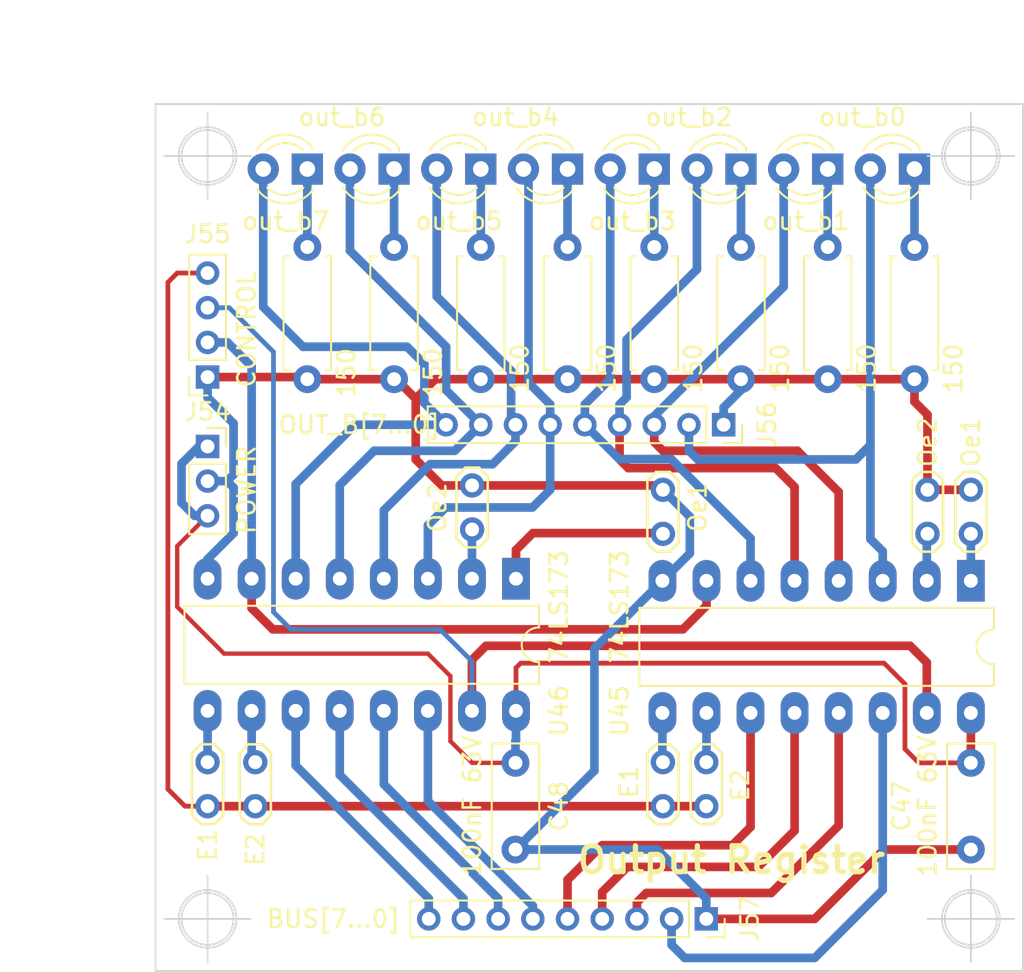
<source format=kicad_pcb>
(kicad_pcb (version 20171130) (host pcbnew 5.1.5+dfsg1-2build2)

  (general
    (thickness 1.6)
    (drawings 15)
    (tracks 235)
    (zones 0)
    (modules 32)
    (nets 38)
  )

  (page A4)
  (title_block
    (title "Output Register")
    (date 2021-02-21)
    (rev 6)
    (comment 1 "Tec. Henrique Silva")
  )

  (layers
    (0 F.Cu signal)
    (31 B.Cu signal)
    (32 B.Adhes user)
    (33 F.Adhes user)
    (34 B.Paste user)
    (35 F.Paste user)
    (36 B.SilkS user)
    (37 F.SilkS user)
    (38 B.Mask user)
    (39 F.Mask user)
    (40 Dwgs.User user)
    (41 Cmts.User user)
    (42 Eco1.User user)
    (43 Eco2.User user)
    (44 Edge.Cuts user)
    (45 Margin user)
    (46 B.CrtYd user)
    (47 F.CrtYd user)
    (48 B.Fab user)
    (49 F.Fab user)
  )

  (setup
    (last_trace_width 0.275)
    (trace_clearance 0.275)
    (zone_clearance 0.508)
    (zone_45_only no)
    (trace_min 0.2)
    (via_size 0.8)
    (via_drill 0.4)
    (via_min_size 0.4)
    (via_min_drill 0.3)
    (uvia_size 0.3)
    (uvia_drill 0.1)
    (uvias_allowed no)
    (uvia_min_size 0.2)
    (uvia_min_drill 0.1)
    (edge_width 0.1)
    (segment_width 0.2)
    (pcb_text_width 0.3)
    (pcb_text_size 1.5 1.5)
    (mod_edge_width 0.15)
    (mod_text_size 1 1)
    (mod_text_width 0.15)
    (pad_size 1.524 1.524)
    (pad_drill 0.762)
    (pad_to_mask_clearance 0)
    (aux_axis_origin 0 0)
    (visible_elements FFFFFF7F)
    (pcbplotparams
      (layerselection 0x010fc_ffffffff)
      (usegerberextensions false)
      (usegerberattributes false)
      (usegerberadvancedattributes false)
      (creategerberjobfile false)
      (excludeedgelayer true)
      (linewidth 0.100000)
      (plotframeref false)
      (viasonmask false)
      (mode 1)
      (useauxorigin false)
      (hpglpennumber 1)
      (hpglpenspeed 20)
      (hpglpendiameter 15.000000)
      (psnegative false)
      (psa4output false)
      (plotreference true)
      (plotvalue true)
      (plotinvisibletext false)
      (padsonsilk false)
      (subtractmaskfromsilk false)
      (outputformat 1)
      (mirror false)
      (drillshape 1)
      (scaleselection 1)
      (outputdirectory ""))
  )

  (net 0 "")
  (net 1 GND)
  (net 2 +5V)
  (net 3 out_b7)
  (net 4 "Net-(D51-Pad1)")
  (net 5 out_b6)
  (net 6 "Net-(D52-Pad1)")
  (net 7 out_b5)
  (net 8 "Net-(D53-Pad1)")
  (net 9 out_b4)
  (net 10 "Net-(D54-Pad1)")
  (net 11 out_b3)
  (net 12 "Net-(D55-Pad1)")
  (net 13 out_b2)
  (net 14 "Net-(D56-Pad1)")
  (net 15 out_b1)
  (net 16 "Net-(D57-Pad1)")
  (net 17 out_b0)
  (net 18 "Net-(D58-Pad1)")
  (net 19 \OPR_IN)
  (net 20 RESET)
  (net 21 CLOCK)
  (net 22 bus7)
  (net 23 bus6)
  (net 24 bus5)
  (net 25 bus4)
  (net 26 bus3)
  (net 27 bus2)
  (net 28 bus1)
  (net 29 bus0)
  (net 30 "Net-(JP52-Pad2)")
  (net 31 "Net-(JP53-Pad2)")
  (net 32 "Net-(JP54-Pad2)")
  (net 33 "Net-(JP55-Pad2)")
  (net 34 "Net-(JP56-Pad2)")
  (net 35 "Net-(JP57-Pad2)")
  (net 36 "Net-(JP58-Pad2)")
  (net 37 "Net-(JP59-Pad2)")

  (net_class Default "This is the default net class."
    (clearance 0.275)
    (trace_width 0.275)
    (via_dia 0.8)
    (via_drill 0.4)
    (uvia_dia 0.3)
    (uvia_drill 0.1)
    (add_net +5V)
    (add_net CLOCK)
    (add_net GND)
    (add_net "Net-(D51-Pad1)")
    (add_net "Net-(D52-Pad1)")
    (add_net "Net-(D53-Pad1)")
    (add_net "Net-(D54-Pad1)")
    (add_net "Net-(D55-Pad1)")
    (add_net "Net-(D56-Pad1)")
    (add_net "Net-(D57-Pad1)")
    (add_net "Net-(D58-Pad1)")
    (add_net "Net-(JP52-Pad2)")
    (add_net "Net-(JP53-Pad2)")
    (add_net "Net-(JP54-Pad2)")
    (add_net "Net-(JP55-Pad2)")
    (add_net "Net-(JP56-Pad2)")
    (add_net "Net-(JP57-Pad2)")
    (add_net "Net-(JP58-Pad2)")
    (add_net "Net-(JP59-Pad2)")
    (add_net RESET)
    (add_net \OPR_IN)
    (add_net bus0)
    (add_net bus1)
    (add_net bus2)
    (add_net bus3)
    (add_net bus4)
    (add_net bus5)
    (add_net bus6)
    (add_net bus7)
    (add_net out_b0)
    (add_net out_b1)
    (add_net out_b2)
    (add_net out_b3)
    (add_net out_b4)
    (add_net out_b5)
    (add_net out_b6)
    (add_net out_b7)
  )

  (module Package_DIP:DIP-16_W7.62mm_LongPads (layer F.Cu) (tedit 5A02E8C5) (tstamp 6010B9A2)
    (at 148.78 104.38 270)
    (descr "16-lead though-hole mounted DIP package, row spacing 7.62 mm (300 mils), LongPads")
    (tags "THT DIP DIL PDIP 2.54mm 7.62mm 300mil LongPads")
    (path /612B16D5)
    (fp_text reference U46 (at 7.62 -2.47 90) (layer F.SilkS)
      (effects (font (size 1 1) (thickness 0.15)))
    )
    (fp_text value 74LS173 (at 1.62 -2.47 90) (layer F.SilkS)
      (effects (font (size 1 1) (thickness 0.15)))
    )
    (fp_text user %R (at 3.81 8.89 90) (layer F.Fab)
      (effects (font (size 1 1) (thickness 0.15)))
    )
    (fp_line (start 9.1 -1.55) (end -1.45 -1.55) (layer F.CrtYd) (width 0.05))
    (fp_line (start 9.1 19.3) (end 9.1 -1.55) (layer F.CrtYd) (width 0.05))
    (fp_line (start -1.45 19.3) (end 9.1 19.3) (layer F.CrtYd) (width 0.05))
    (fp_line (start -1.45 -1.55) (end -1.45 19.3) (layer F.CrtYd) (width 0.05))
    (fp_line (start 6.06 -1.33) (end 4.81 -1.33) (layer F.SilkS) (width 0.12))
    (fp_line (start 6.06 19.11) (end 6.06 -1.33) (layer F.SilkS) (width 0.12))
    (fp_line (start 1.56 19.11) (end 6.06 19.11) (layer F.SilkS) (width 0.12))
    (fp_line (start 1.56 -1.33) (end 1.56 19.11) (layer F.SilkS) (width 0.12))
    (fp_line (start 2.81 -1.33) (end 1.56 -1.33) (layer F.SilkS) (width 0.12))
    (fp_line (start 0.635 -0.27) (end 1.635 -1.27) (layer F.Fab) (width 0.1))
    (fp_line (start 0.635 19.05) (end 0.635 -0.27) (layer F.Fab) (width 0.1))
    (fp_line (start 6.985 19.05) (end 0.635 19.05) (layer F.Fab) (width 0.1))
    (fp_line (start 6.985 -1.27) (end 6.985 19.05) (layer F.Fab) (width 0.1))
    (fp_line (start 1.635 -1.27) (end 6.985 -1.27) (layer F.Fab) (width 0.1))
    (fp_arc (start 3.81 -1.33) (end 2.81 -1.33) (angle -180) (layer F.SilkS) (width 0.12))
    (pad 16 thru_hole oval (at 7.62 0 270) (size 2.4 1.6) (drill 0.8) (layers *.Cu *.Mask)
      (net 2 +5V))
    (pad 8 thru_hole oval (at 0 17.78 270) (size 2.4 1.6) (drill 0.8) (layers *.Cu *.Mask)
      (net 1 GND))
    (pad 15 thru_hole oval (at 7.62 2.54 270) (size 2.4 1.6) (drill 0.8) (layers *.Cu *.Mask)
      (net 20 RESET))
    (pad 7 thru_hole oval (at 0 15.24 270) (size 2.4 1.6) (drill 0.8) (layers *.Cu *.Mask)
      (net 21 CLOCK))
    (pad 14 thru_hole oval (at 7.62 5.08 270) (size 2.4 1.6) (drill 0.8) (layers *.Cu *.Mask)
      (net 25 bus4))
    (pad 6 thru_hole oval (at 0 12.7 270) (size 2.4 1.6) (drill 0.8) (layers *.Cu *.Mask)
      (net 3 out_b7))
    (pad 13 thru_hole oval (at 7.62 7.62 270) (size 2.4 1.6) (drill 0.8) (layers *.Cu *.Mask)
      (net 24 bus5))
    (pad 5 thru_hole oval (at 0 10.16 270) (size 2.4 1.6) (drill 0.8) (layers *.Cu *.Mask)
      (net 5 out_b6))
    (pad 12 thru_hole oval (at 7.62 10.16 270) (size 2.4 1.6) (drill 0.8) (layers *.Cu *.Mask)
      (net 23 bus6))
    (pad 4 thru_hole oval (at 0 7.62 270) (size 2.4 1.6) (drill 0.8) (layers *.Cu *.Mask)
      (net 7 out_b5))
    (pad 11 thru_hole oval (at 7.62 12.7 270) (size 2.4 1.6) (drill 0.8) (layers *.Cu *.Mask)
      (net 22 bus7))
    (pad 3 thru_hole oval (at 0 5.08 270) (size 2.4 1.6) (drill 0.8) (layers *.Cu *.Mask)
      (net 9 out_b4))
    (pad 10 thru_hole oval (at 7.62 15.24 270) (size 2.4 1.6) (drill 0.8) (layers *.Cu *.Mask)
      (net 33 "Net-(JP55-Pad2)"))
    (pad 2 thru_hole oval (at 0 2.54 270) (size 2.4 1.6) (drill 0.8) (layers *.Cu *.Mask)
      (net 32 "Net-(JP54-Pad2)"))
    (pad 9 thru_hole oval (at 7.62 17.78 270) (size 2.4 1.6) (drill 0.8) (layers *.Cu *.Mask)
      (net 37 "Net-(JP59-Pad2)"))
    (pad 1 thru_hole rect (at 0 0 270) (size 2.4 1.6) (drill 0.8) (layers *.Cu *.Mask)
      (net 36 "Net-(JP58-Pad2)"))
    (model ${KISYS3DMOD}/Package_DIP.3dshapes/DIP-16_W7.62mm.wrl
      (at (xyz 0 0 0))
      (scale (xyz 1 1 1))
      (rotate (xyz 0 0 0))
    )
  )

  (module Package_DIP:DIP-16_W7.62mm_LongPads (layer F.Cu) (tedit 5A02E8C5) (tstamp 6010B97E)
    (at 175 104.5 270)
    (descr "16-lead though-hole mounted DIP package, row spacing 7.62 mm (300 mils), LongPads")
    (tags "THT DIP DIL PDIP 2.54mm 7.62mm 300mil LongPads")
    (path /61278238)
    (fp_text reference U45 (at 7.5 20.25 90) (layer F.SilkS)
      (effects (font (size 1 1) (thickness 0.15)))
    )
    (fp_text value 74LS173 (at 1.5 20.25 90) (layer F.SilkS)
      (effects (font (size 1 1) (thickness 0.15)))
    )
    (fp_text user %R (at 3.81 8.89 90) (layer F.Fab)
      (effects (font (size 1 1) (thickness 0.15)))
    )
    (fp_line (start 9.1 -1.55) (end -1.45 -1.55) (layer F.CrtYd) (width 0.05))
    (fp_line (start 9.1 19.3) (end 9.1 -1.55) (layer F.CrtYd) (width 0.05))
    (fp_line (start -1.45 19.3) (end 9.1 19.3) (layer F.CrtYd) (width 0.05))
    (fp_line (start -1.45 -1.55) (end -1.45 19.3) (layer F.CrtYd) (width 0.05))
    (fp_line (start 6.06 -1.33) (end 4.81 -1.33) (layer F.SilkS) (width 0.12))
    (fp_line (start 6.06 19.11) (end 6.06 -1.33) (layer F.SilkS) (width 0.12))
    (fp_line (start 1.56 19.11) (end 6.06 19.11) (layer F.SilkS) (width 0.12))
    (fp_line (start 1.56 -1.33) (end 1.56 19.11) (layer F.SilkS) (width 0.12))
    (fp_line (start 2.81 -1.33) (end 1.56 -1.33) (layer F.SilkS) (width 0.12))
    (fp_line (start 0.635 -0.27) (end 1.635 -1.27) (layer F.Fab) (width 0.1))
    (fp_line (start 0.635 19.05) (end 0.635 -0.27) (layer F.Fab) (width 0.1))
    (fp_line (start 6.985 19.05) (end 0.635 19.05) (layer F.Fab) (width 0.1))
    (fp_line (start 6.985 -1.27) (end 6.985 19.05) (layer F.Fab) (width 0.1))
    (fp_line (start 1.635 -1.27) (end 6.985 -1.27) (layer F.Fab) (width 0.1))
    (fp_arc (start 3.81 -1.33) (end 2.81 -1.33) (angle -180) (layer F.SilkS) (width 0.12))
    (pad 16 thru_hole oval (at 7.62 0 270) (size 2.4 1.6) (drill 0.8) (layers *.Cu *.Mask)
      (net 2 +5V))
    (pad 8 thru_hole oval (at 0 17.78 270) (size 2.4 1.6) (drill 0.8) (layers *.Cu *.Mask)
      (net 1 GND))
    (pad 15 thru_hole oval (at 7.62 2.54 270) (size 2.4 1.6) (drill 0.8) (layers *.Cu *.Mask)
      (net 20 RESET))
    (pad 7 thru_hole oval (at 0 15.24 270) (size 2.4 1.6) (drill 0.8) (layers *.Cu *.Mask)
      (net 21 CLOCK))
    (pad 14 thru_hole oval (at 7.62 5.08 270) (size 2.4 1.6) (drill 0.8) (layers *.Cu *.Mask)
      (net 29 bus0))
    (pad 6 thru_hole oval (at 0 12.7 270) (size 2.4 1.6) (drill 0.8) (layers *.Cu *.Mask)
      (net 11 out_b3))
    (pad 13 thru_hole oval (at 7.62 7.62 270) (size 2.4 1.6) (drill 0.8) (layers *.Cu *.Mask)
      (net 28 bus1))
    (pad 5 thru_hole oval (at 0 10.16 270) (size 2.4 1.6) (drill 0.8) (layers *.Cu *.Mask)
      (net 13 out_b2))
    (pad 12 thru_hole oval (at 7.62 10.16 270) (size 2.4 1.6) (drill 0.8) (layers *.Cu *.Mask)
      (net 27 bus2))
    (pad 4 thru_hole oval (at 0 7.62 270) (size 2.4 1.6) (drill 0.8) (layers *.Cu *.Mask)
      (net 15 out_b1))
    (pad 11 thru_hole oval (at 7.62 12.7 270) (size 2.4 1.6) (drill 0.8) (layers *.Cu *.Mask)
      (net 26 bus3))
    (pad 3 thru_hole oval (at 0 5.08 270) (size 2.4 1.6) (drill 0.8) (layers *.Cu *.Mask)
      (net 17 out_b0))
    (pad 10 thru_hole oval (at 7.62 15.24 270) (size 2.4 1.6) (drill 0.8) (layers *.Cu *.Mask)
      (net 31 "Net-(JP53-Pad2)"))
    (pad 2 thru_hole oval (at 0 2.54 270) (size 2.4 1.6) (drill 0.8) (layers *.Cu *.Mask)
      (net 30 "Net-(JP52-Pad2)"))
    (pad 9 thru_hole oval (at 7.62 17.78 270) (size 2.4 1.6) (drill 0.8) (layers *.Cu *.Mask)
      (net 35 "Net-(JP57-Pad2)"))
    (pad 1 thru_hole rect (at 0 0 270) (size 2.4 1.6) (drill 0.8) (layers *.Cu *.Mask)
      (net 34 "Net-(JP56-Pad2)"))
    (model ${KISYS3DMOD}/Package_DIP.3dshapes/DIP-16_W7.62mm.wrl
      (at (xyz 0 0 0))
      (scale (xyz 1 1 1))
      (rotate (xyz 0 0 0))
    )
  )

  (module Resistor_THT:R_Axial_DIN0207_L6.3mm_D2.5mm_P7.62mm_Horizontal (layer F.Cu) (tedit 5AE5139B) (tstamp 6010A320)
    (at 171.75 85.25 270)
    (descr "Resistor, Axial_DIN0207 series, Axial, Horizontal, pin pitch=7.62mm, 0.25W = 1/4W, length*diameter=6.3*2.5mm^2, http://cdn-reichelt.de/documents/datenblatt/B400/1_4W%23YAG.pdf")
    (tags "Resistor Axial_DIN0207 series Axial Horizontal pin pitch 7.62mm 0.25W = 1/4W length 6.3mm diameter 2.5mm")
    (path /612F0F07)
    (fp_text reference R66 (at 3.81 -2.37 90) (layer F.Fab)
      (effects (font (size 1 1) (thickness 0.15)))
    )
    (fp_text value 150 (at 7 -2.25 90) (layer F.SilkS)
      (effects (font (size 1 1) (thickness 0.15)))
    )
    (fp_text user %R (at 3.81 0 90) (layer F.Fab)
      (effects (font (size 1 1) (thickness 0.15)))
    )
    (fp_line (start 8.67 -1.5) (end -1.05 -1.5) (layer F.CrtYd) (width 0.05))
    (fp_line (start 8.67 1.5) (end 8.67 -1.5) (layer F.CrtYd) (width 0.05))
    (fp_line (start -1.05 1.5) (end 8.67 1.5) (layer F.CrtYd) (width 0.05))
    (fp_line (start -1.05 -1.5) (end -1.05 1.5) (layer F.CrtYd) (width 0.05))
    (fp_line (start 7.08 1.37) (end 7.08 1.04) (layer F.SilkS) (width 0.12))
    (fp_line (start 0.54 1.37) (end 7.08 1.37) (layer F.SilkS) (width 0.12))
    (fp_line (start 0.54 1.04) (end 0.54 1.37) (layer F.SilkS) (width 0.12))
    (fp_line (start 7.08 -1.37) (end 7.08 -1.04) (layer F.SilkS) (width 0.12))
    (fp_line (start 0.54 -1.37) (end 7.08 -1.37) (layer F.SilkS) (width 0.12))
    (fp_line (start 0.54 -1.04) (end 0.54 -1.37) (layer F.SilkS) (width 0.12))
    (fp_line (start 7.62 0) (end 6.96 0) (layer F.Fab) (width 0.1))
    (fp_line (start 0 0) (end 0.66 0) (layer F.Fab) (width 0.1))
    (fp_line (start 6.96 -1.25) (end 0.66 -1.25) (layer F.Fab) (width 0.1))
    (fp_line (start 6.96 1.25) (end 6.96 -1.25) (layer F.Fab) (width 0.1))
    (fp_line (start 0.66 1.25) (end 6.96 1.25) (layer F.Fab) (width 0.1))
    (fp_line (start 0.66 -1.25) (end 0.66 1.25) (layer F.Fab) (width 0.1))
    (pad 2 thru_hole oval (at 7.62 0 270) (size 1.6 1.6) (drill 0.8) (layers *.Cu *.Mask)
      (net 1 GND))
    (pad 1 thru_hole circle (at 0 0 270) (size 1.6 1.6) (drill 0.8) (layers *.Cu *.Mask)
      (net 18 "Net-(D58-Pad1)"))
    (model ${KISYS3DMOD}/Resistor_THT.3dshapes/R_Axial_DIN0207_L6.3mm_D2.5mm_P7.62mm_Horizontal.wrl
      (at (xyz 0 0 0))
      (scale (xyz 1 1 1))
      (rotate (xyz 0 0 0))
    )
  )

  (module Resistor_THT:R_Axial_DIN0207_L6.3mm_D2.5mm_P7.62mm_Horizontal (layer F.Cu) (tedit 5AE5139B) (tstamp 6010B943)
    (at 166.75 85.25 270)
    (descr "Resistor, Axial_DIN0207 series, Axial, Horizontal, pin pitch=7.62mm, 0.25W = 1/4W, length*diameter=6.3*2.5mm^2, http://cdn-reichelt.de/documents/datenblatt/B400/1_4W%23YAG.pdf")
    (tags "Resistor Axial_DIN0207 series Axial Horizontal pin pitch 7.62mm 0.25W = 1/4W length 6.3mm diameter 2.5mm")
    (path /612F0EF1)
    (fp_text reference R65 (at 3.81 -2.37 90) (layer F.Fab)
      (effects (font (size 1 1) (thickness 0.15)))
    )
    (fp_text value 150 (at 7 -2.25 90) (layer F.SilkS)
      (effects (font (size 1 1) (thickness 0.15)))
    )
    (fp_text user %R (at 3.81 0 90) (layer F.Fab)
      (effects (font (size 1 1) (thickness 0.15)))
    )
    (fp_line (start 8.67 -1.5) (end -1.05 -1.5) (layer F.CrtYd) (width 0.05))
    (fp_line (start 8.67 1.5) (end 8.67 -1.5) (layer F.CrtYd) (width 0.05))
    (fp_line (start -1.05 1.5) (end 8.67 1.5) (layer F.CrtYd) (width 0.05))
    (fp_line (start -1.05 -1.5) (end -1.05 1.5) (layer F.CrtYd) (width 0.05))
    (fp_line (start 7.08 1.37) (end 7.08 1.04) (layer F.SilkS) (width 0.12))
    (fp_line (start 0.54 1.37) (end 7.08 1.37) (layer F.SilkS) (width 0.12))
    (fp_line (start 0.54 1.04) (end 0.54 1.37) (layer F.SilkS) (width 0.12))
    (fp_line (start 7.08 -1.37) (end 7.08 -1.04) (layer F.SilkS) (width 0.12))
    (fp_line (start 0.54 -1.37) (end 7.08 -1.37) (layer F.SilkS) (width 0.12))
    (fp_line (start 0.54 -1.04) (end 0.54 -1.37) (layer F.SilkS) (width 0.12))
    (fp_line (start 7.62 0) (end 6.96 0) (layer F.Fab) (width 0.1))
    (fp_line (start 0 0) (end 0.66 0) (layer F.Fab) (width 0.1))
    (fp_line (start 6.96 -1.25) (end 0.66 -1.25) (layer F.Fab) (width 0.1))
    (fp_line (start 6.96 1.25) (end 6.96 -1.25) (layer F.Fab) (width 0.1))
    (fp_line (start 0.66 1.25) (end 6.96 1.25) (layer F.Fab) (width 0.1))
    (fp_line (start 0.66 -1.25) (end 0.66 1.25) (layer F.Fab) (width 0.1))
    (pad 2 thru_hole oval (at 7.62 0 270) (size 1.6 1.6) (drill 0.8) (layers *.Cu *.Mask)
      (net 1 GND))
    (pad 1 thru_hole circle (at 0 0 270) (size 1.6 1.6) (drill 0.8) (layers *.Cu *.Mask)
      (net 16 "Net-(D57-Pad1)"))
    (model ${KISYS3DMOD}/Resistor_THT.3dshapes/R_Axial_DIN0207_L6.3mm_D2.5mm_P7.62mm_Horizontal.wrl
      (at (xyz 0 0 0))
      (scale (xyz 1 1 1))
      (rotate (xyz 0 0 0))
    )
  )

  (module Resistor_THT:R_Axial_DIN0207_L6.3mm_D2.5mm_P7.62mm_Horizontal (layer F.Cu) (tedit 5AE5139B) (tstamp 6010B92C)
    (at 161.75 85.25 270)
    (descr "Resistor, Axial_DIN0207 series, Axial, Horizontal, pin pitch=7.62mm, 0.25W = 1/4W, length*diameter=6.3*2.5mm^2, http://cdn-reichelt.de/documents/datenblatt/B400/1_4W%23YAG.pdf")
    (tags "Resistor Axial_DIN0207 series Axial Horizontal pin pitch 7.62mm 0.25W = 1/4W length 6.3mm diameter 2.5mm")
    (path /612F0EDB)
    (fp_text reference R64 (at 3.81 -2.37 90) (layer F.Fab)
      (effects (font (size 1 1) (thickness 0.15)))
    )
    (fp_text value 150 (at 7 -2.25 90) (layer F.SilkS)
      (effects (font (size 1 1) (thickness 0.15)))
    )
    (fp_text user %R (at 3.81 0 90) (layer F.Fab)
      (effects (font (size 1 1) (thickness 0.15)))
    )
    (fp_line (start 8.67 -1.5) (end -1.05 -1.5) (layer F.CrtYd) (width 0.05))
    (fp_line (start 8.67 1.5) (end 8.67 -1.5) (layer F.CrtYd) (width 0.05))
    (fp_line (start -1.05 1.5) (end 8.67 1.5) (layer F.CrtYd) (width 0.05))
    (fp_line (start -1.05 -1.5) (end -1.05 1.5) (layer F.CrtYd) (width 0.05))
    (fp_line (start 7.08 1.37) (end 7.08 1.04) (layer F.SilkS) (width 0.12))
    (fp_line (start 0.54 1.37) (end 7.08 1.37) (layer F.SilkS) (width 0.12))
    (fp_line (start 0.54 1.04) (end 0.54 1.37) (layer F.SilkS) (width 0.12))
    (fp_line (start 7.08 -1.37) (end 7.08 -1.04) (layer F.SilkS) (width 0.12))
    (fp_line (start 0.54 -1.37) (end 7.08 -1.37) (layer F.SilkS) (width 0.12))
    (fp_line (start 0.54 -1.04) (end 0.54 -1.37) (layer F.SilkS) (width 0.12))
    (fp_line (start 7.62 0) (end 6.96 0) (layer F.Fab) (width 0.1))
    (fp_line (start 0 0) (end 0.66 0) (layer F.Fab) (width 0.1))
    (fp_line (start 6.96 -1.25) (end 0.66 -1.25) (layer F.Fab) (width 0.1))
    (fp_line (start 6.96 1.25) (end 6.96 -1.25) (layer F.Fab) (width 0.1))
    (fp_line (start 0.66 1.25) (end 6.96 1.25) (layer F.Fab) (width 0.1))
    (fp_line (start 0.66 -1.25) (end 0.66 1.25) (layer F.Fab) (width 0.1))
    (pad 2 thru_hole oval (at 7.62 0 270) (size 1.6 1.6) (drill 0.8) (layers *.Cu *.Mask)
      (net 1 GND))
    (pad 1 thru_hole circle (at 0 0 270) (size 1.6 1.6) (drill 0.8) (layers *.Cu *.Mask)
      (net 14 "Net-(D56-Pad1)"))
    (model ${KISYS3DMOD}/Resistor_THT.3dshapes/R_Axial_DIN0207_L6.3mm_D2.5mm_P7.62mm_Horizontal.wrl
      (at (xyz 0 0 0))
      (scale (xyz 1 1 1))
      (rotate (xyz 0 0 0))
    )
  )

  (module Resistor_THT:R_Axial_DIN0207_L6.3mm_D2.5mm_P7.62mm_Horizontal (layer F.Cu) (tedit 5AE5139B) (tstamp 6010B915)
    (at 156.75 85.25 270)
    (descr "Resistor, Axial_DIN0207 series, Axial, Horizontal, pin pitch=7.62mm, 0.25W = 1/4W, length*diameter=6.3*2.5mm^2, http://cdn-reichelt.de/documents/datenblatt/B400/1_4W%23YAG.pdf")
    (tags "Resistor Axial_DIN0207 series Axial Horizontal pin pitch 7.62mm 0.25W = 1/4W length 6.3mm diameter 2.5mm")
    (path /612F0EC5)
    (fp_text reference R63 (at 3.81 -2.37 90) (layer F.Fab)
      (effects (font (size 1 1) (thickness 0.15)))
    )
    (fp_text value 150 (at 7 -2.25 90) (layer F.SilkS)
      (effects (font (size 1 1) (thickness 0.15)))
    )
    (fp_text user %R (at 3.81 0 90) (layer F.Fab)
      (effects (font (size 1 1) (thickness 0.15)))
    )
    (fp_line (start 8.67 -1.5) (end -1.05 -1.5) (layer F.CrtYd) (width 0.05))
    (fp_line (start 8.67 1.5) (end 8.67 -1.5) (layer F.CrtYd) (width 0.05))
    (fp_line (start -1.05 1.5) (end 8.67 1.5) (layer F.CrtYd) (width 0.05))
    (fp_line (start -1.05 -1.5) (end -1.05 1.5) (layer F.CrtYd) (width 0.05))
    (fp_line (start 7.08 1.37) (end 7.08 1.04) (layer F.SilkS) (width 0.12))
    (fp_line (start 0.54 1.37) (end 7.08 1.37) (layer F.SilkS) (width 0.12))
    (fp_line (start 0.54 1.04) (end 0.54 1.37) (layer F.SilkS) (width 0.12))
    (fp_line (start 7.08 -1.37) (end 7.08 -1.04) (layer F.SilkS) (width 0.12))
    (fp_line (start 0.54 -1.37) (end 7.08 -1.37) (layer F.SilkS) (width 0.12))
    (fp_line (start 0.54 -1.04) (end 0.54 -1.37) (layer F.SilkS) (width 0.12))
    (fp_line (start 7.62 0) (end 6.96 0) (layer F.Fab) (width 0.1))
    (fp_line (start 0 0) (end 0.66 0) (layer F.Fab) (width 0.1))
    (fp_line (start 6.96 -1.25) (end 0.66 -1.25) (layer F.Fab) (width 0.1))
    (fp_line (start 6.96 1.25) (end 6.96 -1.25) (layer F.Fab) (width 0.1))
    (fp_line (start 0.66 1.25) (end 6.96 1.25) (layer F.Fab) (width 0.1))
    (fp_line (start 0.66 -1.25) (end 0.66 1.25) (layer F.Fab) (width 0.1))
    (pad 2 thru_hole oval (at 7.62 0 270) (size 1.6 1.6) (drill 0.8) (layers *.Cu *.Mask)
      (net 1 GND))
    (pad 1 thru_hole circle (at 0 0 270) (size 1.6 1.6) (drill 0.8) (layers *.Cu *.Mask)
      (net 12 "Net-(D55-Pad1)"))
    (model ${KISYS3DMOD}/Resistor_THT.3dshapes/R_Axial_DIN0207_L6.3mm_D2.5mm_P7.62mm_Horizontal.wrl
      (at (xyz 0 0 0))
      (scale (xyz 1 1 1))
      (rotate (xyz 0 0 0))
    )
  )

  (module Resistor_THT:R_Axial_DIN0207_L6.3mm_D2.5mm_P7.62mm_Horizontal (layer F.Cu) (tedit 5AE5139B) (tstamp 6010B8FE)
    (at 151.75 85.25 270)
    (descr "Resistor, Axial_DIN0207 series, Axial, Horizontal, pin pitch=7.62mm, 0.25W = 1/4W, length*diameter=6.3*2.5mm^2, http://cdn-reichelt.de/documents/datenblatt/B400/1_4W%23YAG.pdf")
    (tags "Resistor Axial_DIN0207 series Axial Horizontal pin pitch 7.62mm 0.25W = 1/4W length 6.3mm diameter 2.5mm")
    (path /612EDBA0)
    (fp_text reference R62 (at 3.81 -2.37 90) (layer F.Fab)
      (effects (font (size 1 1) (thickness 0.15)))
    )
    (fp_text value 150 (at 7 -2.25 90) (layer F.SilkS)
      (effects (font (size 1 1) (thickness 0.15)))
    )
    (fp_text user %R (at 3.81 0 90) (layer F.Fab)
      (effects (font (size 1 1) (thickness 0.15)))
    )
    (fp_line (start 8.67 -1.5) (end -1.05 -1.5) (layer F.CrtYd) (width 0.05))
    (fp_line (start 8.67 1.5) (end 8.67 -1.5) (layer F.CrtYd) (width 0.05))
    (fp_line (start -1.05 1.5) (end 8.67 1.5) (layer F.CrtYd) (width 0.05))
    (fp_line (start -1.05 -1.5) (end -1.05 1.5) (layer F.CrtYd) (width 0.05))
    (fp_line (start 7.08 1.37) (end 7.08 1.04) (layer F.SilkS) (width 0.12))
    (fp_line (start 0.54 1.37) (end 7.08 1.37) (layer F.SilkS) (width 0.12))
    (fp_line (start 0.54 1.04) (end 0.54 1.37) (layer F.SilkS) (width 0.12))
    (fp_line (start 7.08 -1.37) (end 7.08 -1.04) (layer F.SilkS) (width 0.12))
    (fp_line (start 0.54 -1.37) (end 7.08 -1.37) (layer F.SilkS) (width 0.12))
    (fp_line (start 0.54 -1.04) (end 0.54 -1.37) (layer F.SilkS) (width 0.12))
    (fp_line (start 7.62 0) (end 6.96 0) (layer F.Fab) (width 0.1))
    (fp_line (start 0 0) (end 0.66 0) (layer F.Fab) (width 0.1))
    (fp_line (start 6.96 -1.25) (end 0.66 -1.25) (layer F.Fab) (width 0.1))
    (fp_line (start 6.96 1.25) (end 6.96 -1.25) (layer F.Fab) (width 0.1))
    (fp_line (start 0.66 1.25) (end 6.96 1.25) (layer F.Fab) (width 0.1))
    (fp_line (start 0.66 -1.25) (end 0.66 1.25) (layer F.Fab) (width 0.1))
    (pad 2 thru_hole oval (at 7.62 0 270) (size 1.6 1.6) (drill 0.8) (layers *.Cu *.Mask)
      (net 1 GND))
    (pad 1 thru_hole circle (at 0 0 270) (size 1.6 1.6) (drill 0.8) (layers *.Cu *.Mask)
      (net 10 "Net-(D54-Pad1)"))
    (model ${KISYS3DMOD}/Resistor_THT.3dshapes/R_Axial_DIN0207_L6.3mm_D2.5mm_P7.62mm_Horizontal.wrl
      (at (xyz 0 0 0))
      (scale (xyz 1 1 1))
      (rotate (xyz 0 0 0))
    )
  )

  (module Resistor_THT:R_Axial_DIN0207_L6.3mm_D2.5mm_P7.62mm_Horizontal (layer F.Cu) (tedit 5AE5139B) (tstamp 6010B8E7)
    (at 146.75 85.25 270)
    (descr "Resistor, Axial_DIN0207 series, Axial, Horizontal, pin pitch=7.62mm, 0.25W = 1/4W, length*diameter=6.3*2.5mm^2, http://cdn-reichelt.de/documents/datenblatt/B400/1_4W%23YAG.pdf")
    (tags "Resistor Axial_DIN0207 series Axial Horizontal pin pitch 7.62mm 0.25W = 1/4W length 6.3mm diameter 2.5mm")
    (path /612EDB8A)
    (fp_text reference R61 (at 3.81 -2.37 90) (layer F.Fab)
      (effects (font (size 1 1) (thickness 0.15)))
    )
    (fp_text value 150 (at 7 -2.25 90) (layer F.SilkS)
      (effects (font (size 1 1) (thickness 0.15)))
    )
    (fp_text user %R (at 3.81 0 90) (layer F.Fab)
      (effects (font (size 1 1) (thickness 0.15)))
    )
    (fp_line (start 8.67 -1.5) (end -1.05 -1.5) (layer F.CrtYd) (width 0.05))
    (fp_line (start 8.67 1.5) (end 8.67 -1.5) (layer F.CrtYd) (width 0.05))
    (fp_line (start -1.05 1.5) (end 8.67 1.5) (layer F.CrtYd) (width 0.05))
    (fp_line (start -1.05 -1.5) (end -1.05 1.5) (layer F.CrtYd) (width 0.05))
    (fp_line (start 7.08 1.37) (end 7.08 1.04) (layer F.SilkS) (width 0.12))
    (fp_line (start 0.54 1.37) (end 7.08 1.37) (layer F.SilkS) (width 0.12))
    (fp_line (start 0.54 1.04) (end 0.54 1.37) (layer F.SilkS) (width 0.12))
    (fp_line (start 7.08 -1.37) (end 7.08 -1.04) (layer F.SilkS) (width 0.12))
    (fp_line (start 0.54 -1.37) (end 7.08 -1.37) (layer F.SilkS) (width 0.12))
    (fp_line (start 0.54 -1.04) (end 0.54 -1.37) (layer F.SilkS) (width 0.12))
    (fp_line (start 7.62 0) (end 6.96 0) (layer F.Fab) (width 0.1))
    (fp_line (start 0 0) (end 0.66 0) (layer F.Fab) (width 0.1))
    (fp_line (start 6.96 -1.25) (end 0.66 -1.25) (layer F.Fab) (width 0.1))
    (fp_line (start 6.96 1.25) (end 6.96 -1.25) (layer F.Fab) (width 0.1))
    (fp_line (start 0.66 1.25) (end 6.96 1.25) (layer F.Fab) (width 0.1))
    (fp_line (start 0.66 -1.25) (end 0.66 1.25) (layer F.Fab) (width 0.1))
    (pad 2 thru_hole oval (at 7.62 0 270) (size 1.6 1.6) (drill 0.8) (layers *.Cu *.Mask)
      (net 1 GND))
    (pad 1 thru_hole circle (at 0 0 270) (size 1.6 1.6) (drill 0.8) (layers *.Cu *.Mask)
      (net 8 "Net-(D53-Pad1)"))
    (model ${KISYS3DMOD}/Resistor_THT.3dshapes/R_Axial_DIN0207_L6.3mm_D2.5mm_P7.62mm_Horizontal.wrl
      (at (xyz 0 0 0))
      (scale (xyz 1 1 1))
      (rotate (xyz 0 0 0))
    )
  )

  (module Resistor_THT:R_Axial_DIN0207_L6.3mm_D2.5mm_P7.62mm_Horizontal (layer F.Cu) (tedit 5AE5139B) (tstamp 6010A0B6)
    (at 141.75 85.25 270)
    (descr "Resistor, Axial_DIN0207 series, Axial, Horizontal, pin pitch=7.62mm, 0.25W = 1/4W, length*diameter=6.3*2.5mm^2, http://cdn-reichelt.de/documents/datenblatt/B400/1_4W%23YAG.pdf")
    (tags "Resistor Axial_DIN0207 series Axial Horizontal pin pitch 7.62mm 0.25W = 1/4W length 6.3mm diameter 2.5mm")
    (path /612EBD48)
    (fp_text reference R60 (at 3.81 -2.37 90) (layer F.Fab)
      (effects (font (size 1 1) (thickness 0.15)))
    )
    (fp_text value 150 (at 7.25 -2.25 90) (layer F.SilkS)
      (effects (font (size 1 1) (thickness 0.15)))
    )
    (fp_text user %R (at 3.81 0 90) (layer F.Fab)
      (effects (font (size 1 1) (thickness 0.15)))
    )
    (fp_line (start 8.67 -1.5) (end -1.05 -1.5) (layer F.CrtYd) (width 0.05))
    (fp_line (start 8.67 1.5) (end 8.67 -1.5) (layer F.CrtYd) (width 0.05))
    (fp_line (start -1.05 1.5) (end 8.67 1.5) (layer F.CrtYd) (width 0.05))
    (fp_line (start -1.05 -1.5) (end -1.05 1.5) (layer F.CrtYd) (width 0.05))
    (fp_line (start 7.08 1.37) (end 7.08 1.04) (layer F.SilkS) (width 0.12))
    (fp_line (start 0.54 1.37) (end 7.08 1.37) (layer F.SilkS) (width 0.12))
    (fp_line (start 0.54 1.04) (end 0.54 1.37) (layer F.SilkS) (width 0.12))
    (fp_line (start 7.08 -1.37) (end 7.08 -1.04) (layer F.SilkS) (width 0.12))
    (fp_line (start 0.54 -1.37) (end 7.08 -1.37) (layer F.SilkS) (width 0.12))
    (fp_line (start 0.54 -1.04) (end 0.54 -1.37) (layer F.SilkS) (width 0.12))
    (fp_line (start 7.62 0) (end 6.96 0) (layer F.Fab) (width 0.1))
    (fp_line (start 0 0) (end 0.66 0) (layer F.Fab) (width 0.1))
    (fp_line (start 6.96 -1.25) (end 0.66 -1.25) (layer F.Fab) (width 0.1))
    (fp_line (start 6.96 1.25) (end 6.96 -1.25) (layer F.Fab) (width 0.1))
    (fp_line (start 0.66 1.25) (end 6.96 1.25) (layer F.Fab) (width 0.1))
    (fp_line (start 0.66 -1.25) (end 0.66 1.25) (layer F.Fab) (width 0.1))
    (pad 2 thru_hole oval (at 7.62 0 270) (size 1.6 1.6) (drill 0.8) (layers *.Cu *.Mask)
      (net 1 GND))
    (pad 1 thru_hole circle (at 0 0 270) (size 1.6 1.6) (drill 0.8) (layers *.Cu *.Mask)
      (net 6 "Net-(D52-Pad1)"))
    (model ${KISYS3DMOD}/Resistor_THT.3dshapes/R_Axial_DIN0207_L6.3mm_D2.5mm_P7.62mm_Horizontal.wrl
      (at (xyz 0 0 0))
      (scale (xyz 1 1 1))
      (rotate (xyz 0 0 0))
    )
  )

  (module Resistor_THT:R_Axial_DIN0207_L6.3mm_D2.5mm_P7.62mm_Horizontal (layer F.Cu) (tedit 5AE5139B) (tstamp 6010B8B9)
    (at 136.75 85.25 270)
    (descr "Resistor, Axial_DIN0207 series, Axial, Horizontal, pin pitch=7.62mm, 0.25W = 1/4W, length*diameter=6.3*2.5mm^2, http://cdn-reichelt.de/documents/datenblatt/B400/1_4W%23YAG.pdf")
    (tags "Resistor Axial_DIN0207 series Axial Horizontal pin pitch 7.62mm 0.25W = 1/4W length 6.3mm diameter 2.5mm")
    (path /612DCAAD)
    (fp_text reference R59 (at 3.81 -2.37 90) (layer F.Fab)
      (effects (font (size 1 1) (thickness 0.15)))
    )
    (fp_text value 150 (at 7.25 -2.25 90) (layer F.SilkS)
      (effects (font (size 1 1) (thickness 0.15)))
    )
    (fp_text user %R (at 3.81 0 90) (layer F.Fab)
      (effects (font (size 1 1) (thickness 0.15)))
    )
    (fp_line (start 8.67 -1.5) (end -1.05 -1.5) (layer F.CrtYd) (width 0.05))
    (fp_line (start 8.67 1.5) (end 8.67 -1.5) (layer F.CrtYd) (width 0.05))
    (fp_line (start -1.05 1.5) (end 8.67 1.5) (layer F.CrtYd) (width 0.05))
    (fp_line (start -1.05 -1.5) (end -1.05 1.5) (layer F.CrtYd) (width 0.05))
    (fp_line (start 7.08 1.37) (end 7.08 1.04) (layer F.SilkS) (width 0.12))
    (fp_line (start 0.54 1.37) (end 7.08 1.37) (layer F.SilkS) (width 0.12))
    (fp_line (start 0.54 1.04) (end 0.54 1.37) (layer F.SilkS) (width 0.12))
    (fp_line (start 7.08 -1.37) (end 7.08 -1.04) (layer F.SilkS) (width 0.12))
    (fp_line (start 0.54 -1.37) (end 7.08 -1.37) (layer F.SilkS) (width 0.12))
    (fp_line (start 0.54 -1.04) (end 0.54 -1.37) (layer F.SilkS) (width 0.12))
    (fp_line (start 7.62 0) (end 6.96 0) (layer F.Fab) (width 0.1))
    (fp_line (start 0 0) (end 0.66 0) (layer F.Fab) (width 0.1))
    (fp_line (start 6.96 -1.25) (end 0.66 -1.25) (layer F.Fab) (width 0.1))
    (fp_line (start 6.96 1.25) (end 6.96 -1.25) (layer F.Fab) (width 0.1))
    (fp_line (start 0.66 1.25) (end 6.96 1.25) (layer F.Fab) (width 0.1))
    (fp_line (start 0.66 -1.25) (end 0.66 1.25) (layer F.Fab) (width 0.1))
    (pad 2 thru_hole oval (at 7.62 0 270) (size 1.6 1.6) (drill 0.8) (layers *.Cu *.Mask)
      (net 1 GND))
    (pad 1 thru_hole circle (at 0 0 270) (size 1.6 1.6) (drill 0.8) (layers *.Cu *.Mask)
      (net 4 "Net-(D51-Pad1)"))
    (model ${KISYS3DMOD}/Resistor_THT.3dshapes/R_Axial_DIN0207_L6.3mm_D2.5mm_P7.62mm_Horizontal.wrl
      (at (xyz 0 0 0))
      (scale (xyz 1 1 1))
      (rotate (xyz 0 0 0))
    )
  )

  (module TestPoint:TestPoint_2Pads_Pitch2.54mm_Drill0.8mm (layer F.Cu) (tedit 5A0F774F) (tstamp 6010B8A2)
    (at 131 117.5 90)
    (descr "Test point with 2 pins, pitch 2.54mm, drill diameter 0.8mm")
    (tags "CONN DEV")
    (path /650816BF)
    (attr virtual)
    (fp_text reference JP59 (at 1.3 -2 90) (layer F.Fab)
      (effects (font (size 1 1) (thickness 0.15)))
    )
    (fp_text value E1 (at -2.25 0 90) (layer F.SilkS)
      (effects (font (size 1 1) (thickness 0.15)))
    )
    (fp_line (start -1.03 -0.4) (end -0.53 -0.9) (layer F.SilkS) (width 0.15))
    (fp_line (start -1.03 0.4) (end -1.03 -0.4) (layer F.SilkS) (width 0.15))
    (fp_line (start -0.53 0.9) (end -1.03 0.4) (layer F.SilkS) (width 0.15))
    (fp_line (start 3.07 0.9) (end -0.53 0.9) (layer F.SilkS) (width 0.15))
    (fp_line (start 3.57 0.4) (end 3.07 0.9) (layer F.SilkS) (width 0.15))
    (fp_line (start 3.57 -0.4) (end 3.57 0.4) (layer F.SilkS) (width 0.15))
    (fp_line (start 3.07 -0.9) (end 3.57 -0.4) (layer F.SilkS) (width 0.15))
    (fp_line (start -0.53 -0.9) (end 3.07 -0.9) (layer F.SilkS) (width 0.15))
    (fp_line (start -1.3 0.5) (end -0.65 1.15) (layer F.CrtYd) (width 0.05))
    (fp_line (start -1.3 -0.5) (end -1.3 0.5) (layer F.CrtYd) (width 0.05))
    (fp_line (start -0.65 -1.15) (end -1.3 -0.5) (layer F.CrtYd) (width 0.05))
    (fp_line (start 3.15 -1.15) (end -0.65 -1.15) (layer F.CrtYd) (width 0.05))
    (fp_line (start 3.8 -0.5) (end 3.15 -1.15) (layer F.CrtYd) (width 0.05))
    (fp_line (start 3.8 0.5) (end 3.8 -0.5) (layer F.CrtYd) (width 0.05))
    (fp_line (start 3.15 1.15) (end 3.8 0.5) (layer F.CrtYd) (width 0.05))
    (fp_line (start -0.65 1.15) (end 3.15 1.15) (layer F.CrtYd) (width 0.05))
    (fp_text user %R (at 1.3 -2 90) (layer F.Fab)
      (effects (font (size 1 1) (thickness 0.15)))
    )
    (pad 2 thru_hole circle (at 2.54 0 90) (size 1.4 1.4) (drill 0.8) (layers *.Cu *.Mask)
      (net 37 "Net-(JP59-Pad2)"))
    (pad 1 thru_hole circle (at 0 0 90) (size 1.4 1.4) (drill 0.8) (layers *.Cu *.Mask)
      (net 19 \OPR_IN))
  )

  (module TestPoint:TestPoint_2Pads_Pitch2.54mm_Drill0.8mm (layer F.Cu) (tedit 5A0F774F) (tstamp 6010B88B)
    (at 157.25 99.25 270)
    (descr "Test point with 2 pins, pitch 2.54mm, drill diameter 0.8mm")
    (tags "CONN DEV")
    (path /650816B1)
    (attr virtual)
    (fp_text reference JP58 (at 1.25 1.75 90) (layer F.Fab)
      (effects (font (size 1 1) (thickness 0.15)))
    )
    (fp_text value Oe1 (at 1 -2 90) (layer F.SilkS)
      (effects (font (size 1 1) (thickness 0.15)))
    )
    (fp_line (start -1.03 -0.4) (end -0.53 -0.9) (layer F.SilkS) (width 0.15))
    (fp_line (start -1.03 0.4) (end -1.03 -0.4) (layer F.SilkS) (width 0.15))
    (fp_line (start -0.53 0.9) (end -1.03 0.4) (layer F.SilkS) (width 0.15))
    (fp_line (start 3.07 0.9) (end -0.53 0.9) (layer F.SilkS) (width 0.15))
    (fp_line (start 3.57 0.4) (end 3.07 0.9) (layer F.SilkS) (width 0.15))
    (fp_line (start 3.57 -0.4) (end 3.57 0.4) (layer F.SilkS) (width 0.15))
    (fp_line (start 3.07 -0.9) (end 3.57 -0.4) (layer F.SilkS) (width 0.15))
    (fp_line (start -0.53 -0.9) (end 3.07 -0.9) (layer F.SilkS) (width 0.15))
    (fp_line (start -1.3 0.5) (end -0.65 1.15) (layer F.CrtYd) (width 0.05))
    (fp_line (start -1.3 -0.5) (end -1.3 0.5) (layer F.CrtYd) (width 0.05))
    (fp_line (start -0.65 -1.15) (end -1.3 -0.5) (layer F.CrtYd) (width 0.05))
    (fp_line (start 3.15 -1.15) (end -0.65 -1.15) (layer F.CrtYd) (width 0.05))
    (fp_line (start 3.8 -0.5) (end 3.15 -1.15) (layer F.CrtYd) (width 0.05))
    (fp_line (start 3.8 0.5) (end 3.8 -0.5) (layer F.CrtYd) (width 0.05))
    (fp_line (start 3.15 1.15) (end 3.8 0.5) (layer F.CrtYd) (width 0.05))
    (fp_line (start -0.65 1.15) (end 3.15 1.15) (layer F.CrtYd) (width 0.05))
    (fp_text user %R (at 1.25 1.75 90) (layer F.Fab)
      (effects (font (size 1 1) (thickness 0.15)))
    )
    (pad 2 thru_hole circle (at 2.54 0 270) (size 1.4 1.4) (drill 0.8) (layers *.Cu *.Mask)
      (net 36 "Net-(JP58-Pad2)"))
    (pad 1 thru_hole circle (at 0 0 270) (size 1.4 1.4) (drill 0.8) (layers *.Cu *.Mask)
      (net 1 GND))
  )

  (module TestPoint:TestPoint_2Pads_Pitch2.54mm_Drill0.8mm (layer F.Cu) (tedit 5A0F774F) (tstamp 6010B874)
    (at 157.25 117.5 90)
    (descr "Test point with 2 pins, pitch 2.54mm, drill diameter 0.8mm")
    (tags "CONN DEV")
    (path /65069D77)
    (attr virtual)
    (fp_text reference JP57 (at 1.3 -3.25 90) (layer F.Fab)
      (effects (font (size 1 1) (thickness 0.15)))
    )
    (fp_text value E1 (at 1.4 -1.95 90) (layer F.SilkS)
      (effects (font (size 1 1) (thickness 0.15)))
    )
    (fp_line (start -1.03 -0.4) (end -0.53 -0.9) (layer F.SilkS) (width 0.15))
    (fp_line (start -1.03 0.4) (end -1.03 -0.4) (layer F.SilkS) (width 0.15))
    (fp_line (start -0.53 0.9) (end -1.03 0.4) (layer F.SilkS) (width 0.15))
    (fp_line (start 3.07 0.9) (end -0.53 0.9) (layer F.SilkS) (width 0.15))
    (fp_line (start 3.57 0.4) (end 3.07 0.9) (layer F.SilkS) (width 0.15))
    (fp_line (start 3.57 -0.4) (end 3.57 0.4) (layer F.SilkS) (width 0.15))
    (fp_line (start 3.07 -0.9) (end 3.57 -0.4) (layer F.SilkS) (width 0.15))
    (fp_line (start -0.53 -0.9) (end 3.07 -0.9) (layer F.SilkS) (width 0.15))
    (fp_line (start -1.3 0.5) (end -0.65 1.15) (layer F.CrtYd) (width 0.05))
    (fp_line (start -1.3 -0.5) (end -1.3 0.5) (layer F.CrtYd) (width 0.05))
    (fp_line (start -0.65 -1.15) (end -1.3 -0.5) (layer F.CrtYd) (width 0.05))
    (fp_line (start 3.15 -1.15) (end -0.65 -1.15) (layer F.CrtYd) (width 0.05))
    (fp_line (start 3.8 -0.5) (end 3.15 -1.15) (layer F.CrtYd) (width 0.05))
    (fp_line (start 3.8 0.5) (end 3.8 -0.5) (layer F.CrtYd) (width 0.05))
    (fp_line (start 3.15 1.15) (end 3.8 0.5) (layer F.CrtYd) (width 0.05))
    (fp_line (start -0.65 1.15) (end 3.15 1.15) (layer F.CrtYd) (width 0.05))
    (fp_text user %R (at 1.3 -3.25 90) (layer F.Fab)
      (effects (font (size 1 1) (thickness 0.15)))
    )
    (pad 2 thru_hole circle (at 2.54 0 90) (size 1.4 1.4) (drill 0.8) (layers *.Cu *.Mask)
      (net 35 "Net-(JP57-Pad2)"))
    (pad 1 thru_hole circle (at 0 0 90) (size 1.4 1.4) (drill 0.8) (layers *.Cu *.Mask)
      (net 19 \OPR_IN))
  )

  (module TestPoint:TestPoint_2Pads_Pitch2.54mm_Drill0.8mm (layer F.Cu) (tedit 5A0F774F) (tstamp 6010B85D)
    (at 175 99.25 270)
    (descr "Test point with 2 pins, pitch 2.54mm, drill diameter 0.8mm")
    (tags "CONN DEV")
    (path /65069D69)
    (attr virtual)
    (fp_text reference JP56 (at 1.3 -2 90) (layer F.Fab)
      (effects (font (size 1 1) (thickness 0.15)))
    )
    (fp_text value Oe1 (at -2.75 0 90) (layer F.SilkS)
      (effects (font (size 1 1) (thickness 0.15)))
    )
    (fp_line (start -1.03 -0.4) (end -0.53 -0.9) (layer F.SilkS) (width 0.15))
    (fp_line (start -1.03 0.4) (end -1.03 -0.4) (layer F.SilkS) (width 0.15))
    (fp_line (start -0.53 0.9) (end -1.03 0.4) (layer F.SilkS) (width 0.15))
    (fp_line (start 3.07 0.9) (end -0.53 0.9) (layer F.SilkS) (width 0.15))
    (fp_line (start 3.57 0.4) (end 3.07 0.9) (layer F.SilkS) (width 0.15))
    (fp_line (start 3.57 -0.4) (end 3.57 0.4) (layer F.SilkS) (width 0.15))
    (fp_line (start 3.07 -0.9) (end 3.57 -0.4) (layer F.SilkS) (width 0.15))
    (fp_line (start -0.53 -0.9) (end 3.07 -0.9) (layer F.SilkS) (width 0.15))
    (fp_line (start -1.3 0.5) (end -0.65 1.15) (layer F.CrtYd) (width 0.05))
    (fp_line (start -1.3 -0.5) (end -1.3 0.5) (layer F.CrtYd) (width 0.05))
    (fp_line (start -0.65 -1.15) (end -1.3 -0.5) (layer F.CrtYd) (width 0.05))
    (fp_line (start 3.15 -1.15) (end -0.65 -1.15) (layer F.CrtYd) (width 0.05))
    (fp_line (start 3.8 -0.5) (end 3.15 -1.15) (layer F.CrtYd) (width 0.05))
    (fp_line (start 3.8 0.5) (end 3.8 -0.5) (layer F.CrtYd) (width 0.05))
    (fp_line (start 3.15 1.15) (end 3.8 0.5) (layer F.CrtYd) (width 0.05))
    (fp_line (start -0.65 1.15) (end 3.15 1.15) (layer F.CrtYd) (width 0.05))
    (fp_text user %R (at 1.3 -2 90) (layer F.Fab)
      (effects (font (size 1 1) (thickness 0.15)))
    )
    (pad 2 thru_hole circle (at 2.54 0 270) (size 1.4 1.4) (drill 0.8) (layers *.Cu *.Mask)
      (net 34 "Net-(JP56-Pad2)"))
    (pad 1 thru_hole circle (at 0 0 270) (size 1.4 1.4) (drill 0.8) (layers *.Cu *.Mask)
      (net 1 GND))
  )

  (module TestPoint:TestPoint_2Pads_Pitch2.54mm_Drill0.8mm (layer F.Cu) (tedit 5A0F774F) (tstamp 6010B846)
    (at 133.75 117.5 90)
    (descr "Test point with 2 pins, pitch 2.54mm, drill diameter 0.8mm")
    (tags "CONN DEV")
    (path /650816C5)
    (attr virtual)
    (fp_text reference JP55 (at 1.25 2 90) (layer F.Fab)
      (effects (font (size 1 1) (thickness 0.15)))
    )
    (fp_text value E2 (at -2.5 0 90) (layer F.SilkS)
      (effects (font (size 1 1) (thickness 0.15)))
    )
    (fp_line (start -1.03 -0.4) (end -0.53 -0.9) (layer F.SilkS) (width 0.15))
    (fp_line (start -1.03 0.4) (end -1.03 -0.4) (layer F.SilkS) (width 0.15))
    (fp_line (start -0.53 0.9) (end -1.03 0.4) (layer F.SilkS) (width 0.15))
    (fp_line (start 3.07 0.9) (end -0.53 0.9) (layer F.SilkS) (width 0.15))
    (fp_line (start 3.57 0.4) (end 3.07 0.9) (layer F.SilkS) (width 0.15))
    (fp_line (start 3.57 -0.4) (end 3.57 0.4) (layer F.SilkS) (width 0.15))
    (fp_line (start 3.07 -0.9) (end 3.57 -0.4) (layer F.SilkS) (width 0.15))
    (fp_line (start -0.53 -0.9) (end 3.07 -0.9) (layer F.SilkS) (width 0.15))
    (fp_line (start -1.3 0.5) (end -0.65 1.15) (layer F.CrtYd) (width 0.05))
    (fp_line (start -1.3 -0.5) (end -1.3 0.5) (layer F.CrtYd) (width 0.05))
    (fp_line (start -0.65 -1.15) (end -1.3 -0.5) (layer F.CrtYd) (width 0.05))
    (fp_line (start 3.15 -1.15) (end -0.65 -1.15) (layer F.CrtYd) (width 0.05))
    (fp_line (start 3.8 -0.5) (end 3.15 -1.15) (layer F.CrtYd) (width 0.05))
    (fp_line (start 3.8 0.5) (end 3.8 -0.5) (layer F.CrtYd) (width 0.05))
    (fp_line (start 3.15 1.15) (end 3.8 0.5) (layer F.CrtYd) (width 0.05))
    (fp_line (start -0.65 1.15) (end 3.15 1.15) (layer F.CrtYd) (width 0.05))
    (fp_text user %R (at 1.25 2 90) (layer F.Fab)
      (effects (font (size 1 1) (thickness 0.15)))
    )
    (pad 2 thru_hole circle (at 2.54 0 90) (size 1.4 1.4) (drill 0.8) (layers *.Cu *.Mask)
      (net 33 "Net-(JP55-Pad2)"))
    (pad 1 thru_hole circle (at 0 0 90) (size 1.4 1.4) (drill 0.8) (layers *.Cu *.Mask)
      (net 19 \OPR_IN))
  )

  (module TestPoint:TestPoint_2Pads_Pitch2.54mm_Drill0.8mm (layer F.Cu) (tedit 5A0F774F) (tstamp 6010B82F)
    (at 146.25 99 270)
    (descr "Test point with 2 pins, pitch 2.54mm, drill diameter 0.8mm")
    (tags "CONN DEV")
    (path /650816B7)
    (attr virtual)
    (fp_text reference JP54 (at 1.3 -2 90) (layer F.Fab)
      (effects (font (size 1 1) (thickness 0.15)))
    )
    (fp_text value Oe2 (at 1.27 2 90) (layer F.SilkS)
      (effects (font (size 1 1) (thickness 0.15)))
    )
    (fp_line (start -1.03 -0.4) (end -0.53 -0.9) (layer F.SilkS) (width 0.15))
    (fp_line (start -1.03 0.4) (end -1.03 -0.4) (layer F.SilkS) (width 0.15))
    (fp_line (start -0.53 0.9) (end -1.03 0.4) (layer F.SilkS) (width 0.15))
    (fp_line (start 3.07 0.9) (end -0.53 0.9) (layer F.SilkS) (width 0.15))
    (fp_line (start 3.57 0.4) (end 3.07 0.9) (layer F.SilkS) (width 0.15))
    (fp_line (start 3.57 -0.4) (end 3.57 0.4) (layer F.SilkS) (width 0.15))
    (fp_line (start 3.07 -0.9) (end 3.57 -0.4) (layer F.SilkS) (width 0.15))
    (fp_line (start -0.53 -0.9) (end 3.07 -0.9) (layer F.SilkS) (width 0.15))
    (fp_line (start -1.3 0.5) (end -0.65 1.15) (layer F.CrtYd) (width 0.05))
    (fp_line (start -1.3 -0.5) (end -1.3 0.5) (layer F.CrtYd) (width 0.05))
    (fp_line (start -0.65 -1.15) (end -1.3 -0.5) (layer F.CrtYd) (width 0.05))
    (fp_line (start 3.15 -1.15) (end -0.65 -1.15) (layer F.CrtYd) (width 0.05))
    (fp_line (start 3.8 -0.5) (end 3.15 -1.15) (layer F.CrtYd) (width 0.05))
    (fp_line (start 3.8 0.5) (end 3.8 -0.5) (layer F.CrtYd) (width 0.05))
    (fp_line (start 3.15 1.15) (end 3.8 0.5) (layer F.CrtYd) (width 0.05))
    (fp_line (start -0.65 1.15) (end 3.15 1.15) (layer F.CrtYd) (width 0.05))
    (fp_text user %R (at 1.3 -2 90) (layer F.Fab)
      (effects (font (size 1 1) (thickness 0.15)))
    )
    (pad 2 thru_hole circle (at 2.54 0 270) (size 1.4 1.4) (drill 0.8) (layers *.Cu *.Mask)
      (net 32 "Net-(JP54-Pad2)"))
    (pad 1 thru_hole circle (at 0 0 270) (size 1.4 1.4) (drill 0.8) (layers *.Cu *.Mask)
      (net 1 GND))
  )

  (module TestPoint:TestPoint_2Pads_Pitch2.54mm_Drill0.8mm (layer F.Cu) (tedit 5A0F774F) (tstamp 6010B818)
    (at 159.75 117.5 90)
    (descr "Test point with 2 pins, pitch 2.54mm, drill diameter 0.8mm")
    (tags "CONN DEV")
    (path /65069D7D)
    (attr virtual)
    (fp_text reference JP53 (at 1.25 3.5 90) (layer F.Fab)
      (effects (font (size 1 1) (thickness 0.15)))
    )
    (fp_text value E2 (at 1.2 1.95 90) (layer F.SilkS)
      (effects (font (size 1 1) (thickness 0.15)))
    )
    (fp_line (start -1.03 -0.4) (end -0.53 -0.9) (layer F.SilkS) (width 0.15))
    (fp_line (start -1.03 0.4) (end -1.03 -0.4) (layer F.SilkS) (width 0.15))
    (fp_line (start -0.53 0.9) (end -1.03 0.4) (layer F.SilkS) (width 0.15))
    (fp_line (start 3.07 0.9) (end -0.53 0.9) (layer F.SilkS) (width 0.15))
    (fp_line (start 3.57 0.4) (end 3.07 0.9) (layer F.SilkS) (width 0.15))
    (fp_line (start 3.57 -0.4) (end 3.57 0.4) (layer F.SilkS) (width 0.15))
    (fp_line (start 3.07 -0.9) (end 3.57 -0.4) (layer F.SilkS) (width 0.15))
    (fp_line (start -0.53 -0.9) (end 3.07 -0.9) (layer F.SilkS) (width 0.15))
    (fp_line (start -1.3 0.5) (end -0.65 1.15) (layer F.CrtYd) (width 0.05))
    (fp_line (start -1.3 -0.5) (end -1.3 0.5) (layer F.CrtYd) (width 0.05))
    (fp_line (start -0.65 -1.15) (end -1.3 -0.5) (layer F.CrtYd) (width 0.05))
    (fp_line (start 3.15 -1.15) (end -0.65 -1.15) (layer F.CrtYd) (width 0.05))
    (fp_line (start 3.8 -0.5) (end 3.15 -1.15) (layer F.CrtYd) (width 0.05))
    (fp_line (start 3.8 0.5) (end 3.8 -0.5) (layer F.CrtYd) (width 0.05))
    (fp_line (start 3.15 1.15) (end 3.8 0.5) (layer F.CrtYd) (width 0.05))
    (fp_line (start -0.65 1.15) (end 3.15 1.15) (layer F.CrtYd) (width 0.05))
    (fp_text user %R (at 1.3 3.5 90) (layer F.Fab)
      (effects (font (size 1 1) (thickness 0.15)))
    )
    (pad 2 thru_hole circle (at 2.54 0 90) (size 1.4 1.4) (drill 0.8) (layers *.Cu *.Mask)
      (net 31 "Net-(JP53-Pad2)"))
    (pad 1 thru_hole circle (at 0 0 90) (size 1.4 1.4) (drill 0.8) (layers *.Cu *.Mask)
      (net 19 \OPR_IN))
  )

  (module TestPoint:TestPoint_2Pads_Pitch2.54mm_Drill0.8mm (layer F.Cu) (tedit 5A0F774F) (tstamp 6010B801)
    (at 172.5 99.25 270)
    (descr "Test point with 2 pins, pitch 2.54mm, drill diameter 0.8mm")
    (tags "CONN DEV")
    (path /65069D6F)
    (attr virtual)
    (fp_text reference JP52 (at 1.3 2.25 90) (layer F.Fab)
      (effects (font (size 1 1) (thickness 0.15)))
    )
    (fp_text value Oe2 (at -2.75 0 90) (layer F.SilkS)
      (effects (font (size 1 1) (thickness 0.15)))
    )
    (fp_line (start -1.03 -0.4) (end -0.53 -0.9) (layer F.SilkS) (width 0.15))
    (fp_line (start -1.03 0.4) (end -1.03 -0.4) (layer F.SilkS) (width 0.15))
    (fp_line (start -0.53 0.9) (end -1.03 0.4) (layer F.SilkS) (width 0.15))
    (fp_line (start 3.07 0.9) (end -0.53 0.9) (layer F.SilkS) (width 0.15))
    (fp_line (start 3.57 0.4) (end 3.07 0.9) (layer F.SilkS) (width 0.15))
    (fp_line (start 3.57 -0.4) (end 3.57 0.4) (layer F.SilkS) (width 0.15))
    (fp_line (start 3.07 -0.9) (end 3.57 -0.4) (layer F.SilkS) (width 0.15))
    (fp_line (start -0.53 -0.9) (end 3.07 -0.9) (layer F.SilkS) (width 0.15))
    (fp_line (start -1.3 0.5) (end -0.65 1.15) (layer F.CrtYd) (width 0.05))
    (fp_line (start -1.3 -0.5) (end -1.3 0.5) (layer F.CrtYd) (width 0.05))
    (fp_line (start -0.65 -1.15) (end -1.3 -0.5) (layer F.CrtYd) (width 0.05))
    (fp_line (start 3.15 -1.15) (end -0.65 -1.15) (layer F.CrtYd) (width 0.05))
    (fp_line (start 3.8 -0.5) (end 3.15 -1.15) (layer F.CrtYd) (width 0.05))
    (fp_line (start 3.8 0.5) (end 3.8 -0.5) (layer F.CrtYd) (width 0.05))
    (fp_line (start 3.15 1.15) (end 3.8 0.5) (layer F.CrtYd) (width 0.05))
    (fp_line (start -0.65 1.15) (end 3.15 1.15) (layer F.CrtYd) (width 0.05))
    (fp_text user %R (at 1.3 2.25 90) (layer F.Fab)
      (effects (font (size 1 1) (thickness 0.15)))
    )
    (pad 2 thru_hole circle (at 2.54 0 270) (size 1.4 1.4) (drill 0.8) (layers *.Cu *.Mask)
      (net 30 "Net-(JP52-Pad2)"))
    (pad 1 thru_hole circle (at 0 0 270) (size 1.4 1.4) (drill 0.8) (layers *.Cu *.Mask)
      (net 1 GND))
  )

  (module Connector_PinSocket_2.00mm:PinSocket_1x09_P2.00mm_Vertical (layer F.Cu) (tedit 5A19A42B) (tstamp 6010B7EA)
    (at 159.75 124 270)
    (descr "Through hole straight socket strip, 1x09, 2.00mm pitch, single row (from Kicad 4.0.7), script generated")
    (tags "Through hole socket strip THT 1x09 2.00mm single row")
    (path /60A6C8FE)
    (fp_text reference J57 (at 0 -2.5 90) (layer F.SilkS)
      (effects (font (size 1 1) (thickness 0.15)))
    )
    (fp_text value BUS[7...0] (at 0 21.5) (layer F.SilkS)
      (effects (font (size 1 1) (thickness 0.15)))
    )
    (fp_text user %R (at 0 8) (layer F.Fab)
      (effects (font (size 1 1) (thickness 0.15)))
    )
    (fp_line (start -1.5 17.5) (end -1.5 -1.5) (layer F.CrtYd) (width 0.05))
    (fp_line (start 1.5 17.5) (end -1.5 17.5) (layer F.CrtYd) (width 0.05))
    (fp_line (start 1.5 -1.5) (end 1.5 17.5) (layer F.CrtYd) (width 0.05))
    (fp_line (start -1.5 -1.5) (end 1.5 -1.5) (layer F.CrtYd) (width 0.05))
    (fp_line (start 0 -1.06) (end 1.06 -1.06) (layer F.SilkS) (width 0.12))
    (fp_line (start 1.06 -1.06) (end 1.06 0) (layer F.SilkS) (width 0.12))
    (fp_line (start 1.06 1) (end 1.06 17.06) (layer F.SilkS) (width 0.12))
    (fp_line (start -1.06 17.06) (end 1.06 17.06) (layer F.SilkS) (width 0.12))
    (fp_line (start -1.06 1) (end -1.06 17.06) (layer F.SilkS) (width 0.12))
    (fp_line (start -1.06 1) (end 1.06 1) (layer F.SilkS) (width 0.12))
    (fp_line (start -1 17) (end -1 -1) (layer F.Fab) (width 0.1))
    (fp_line (start 1 17) (end -1 17) (layer F.Fab) (width 0.1))
    (fp_line (start 1 -0.5) (end 1 17) (layer F.Fab) (width 0.1))
    (fp_line (start 0.5 -1) (end 1 -0.5) (layer F.Fab) (width 0.1))
    (fp_line (start -1 -1) (end 0.5 -1) (layer F.Fab) (width 0.1))
    (pad 9 thru_hole oval (at 0 16 270) (size 1.35 1.35) (drill 0.8) (layers *.Cu *.Mask)
      (net 22 bus7))
    (pad 8 thru_hole oval (at 0 14 270) (size 1.35 1.35) (drill 0.8) (layers *.Cu *.Mask)
      (net 23 bus6))
    (pad 7 thru_hole oval (at 0 12 270) (size 1.35 1.35) (drill 0.8) (layers *.Cu *.Mask)
      (net 24 bus5))
    (pad 6 thru_hole oval (at 0 10 270) (size 1.35 1.35) (drill 0.8) (layers *.Cu *.Mask)
      (net 25 bus4))
    (pad 5 thru_hole oval (at 0 8 270) (size 1.35 1.35) (drill 0.8) (layers *.Cu *.Mask)
      (net 26 bus3))
    (pad 4 thru_hole oval (at 0 6 270) (size 1.35 1.35) (drill 0.8) (layers *.Cu *.Mask)
      (net 27 bus2))
    (pad 3 thru_hole oval (at 0 4 270) (size 1.35 1.35) (drill 0.8) (layers *.Cu *.Mask)
      (net 28 bus1))
    (pad 2 thru_hole oval (at 0 2 270) (size 1.35 1.35) (drill 0.8) (layers *.Cu *.Mask)
      (net 29 bus0))
    (pad 1 thru_hole rect (at 0 0 270) (size 1.35 1.35) (drill 0.8) (layers *.Cu *.Mask)
      (net 1 GND))
    (model ${KISYS3DMOD}/Connector_PinSocket_2.00mm.3dshapes/PinSocket_1x09_P2.00mm_Vertical.wrl
      (at (xyz 0 0 0))
      (scale (xyz 1 1 1))
      (rotate (xyz 0 0 0))
    )
  )

  (module Connector_PinSocket_2.00mm:PinSocket_1x09_P2.00mm_Vertical (layer F.Cu) (tedit 5A19A42B) (tstamp 6010C2A1)
    (at 160.75 95.5 270)
    (descr "Through hole straight socket strip, 1x09, 2.00mm pitch, single row (from Kicad 4.0.7), script generated")
    (tags "Through hole socket strip THT 1x09 2.00mm single row")
    (path /60A6C922)
    (fp_text reference J56 (at 0 -2.5 90) (layer F.SilkS)
      (effects (font (size 1 1) (thickness 0.15)))
    )
    (fp_text value OUT_B[7...0] (at 0 21) (layer F.SilkS)
      (effects (font (size 1 1) (thickness 0.15)))
    )
    (fp_text user %R (at 0 8) (layer F.Fab)
      (effects (font (size 1 1) (thickness 0.15)))
    )
    (fp_line (start -1.5 17.5) (end -1.5 -1.5) (layer F.CrtYd) (width 0.05))
    (fp_line (start 1.5 17.5) (end -1.5 17.5) (layer F.CrtYd) (width 0.05))
    (fp_line (start 1.5 -1.5) (end 1.5 17.5) (layer F.CrtYd) (width 0.05))
    (fp_line (start -1.5 -1.5) (end 1.5 -1.5) (layer F.CrtYd) (width 0.05))
    (fp_line (start 0 -1.06) (end 1.06 -1.06) (layer F.SilkS) (width 0.12))
    (fp_line (start 1.06 -1.06) (end 1.06 0) (layer F.SilkS) (width 0.12))
    (fp_line (start 1.06 1) (end 1.06 17.06) (layer F.SilkS) (width 0.12))
    (fp_line (start -1.06 17.06) (end 1.06 17.06) (layer F.SilkS) (width 0.12))
    (fp_line (start -1.06 1) (end -1.06 17.06) (layer F.SilkS) (width 0.12))
    (fp_line (start -1.06 1) (end 1.06 1) (layer F.SilkS) (width 0.12))
    (fp_line (start -1 17) (end -1 -1) (layer F.Fab) (width 0.1))
    (fp_line (start 1 17) (end -1 17) (layer F.Fab) (width 0.1))
    (fp_line (start 1 -0.5) (end 1 17) (layer F.Fab) (width 0.1))
    (fp_line (start 0.5 -1) (end 1 -0.5) (layer F.Fab) (width 0.1))
    (fp_line (start -1 -1) (end 0.5 -1) (layer F.Fab) (width 0.1))
    (pad 9 thru_hole oval (at 0 16 270) (size 1.35 1.35) (drill 0.8) (layers *.Cu *.Mask)
      (net 3 out_b7))
    (pad 8 thru_hole oval (at 0 14 270) (size 1.35 1.35) (drill 0.8) (layers *.Cu *.Mask)
      (net 5 out_b6))
    (pad 7 thru_hole oval (at 0 12 270) (size 1.35 1.35) (drill 0.8) (layers *.Cu *.Mask)
      (net 7 out_b5))
    (pad 6 thru_hole oval (at 0 10 270) (size 1.35 1.35) (drill 0.8) (layers *.Cu *.Mask)
      (net 9 out_b4))
    (pad 5 thru_hole oval (at 0 8 270) (size 1.35 1.35) (drill 0.8) (layers *.Cu *.Mask)
      (net 11 out_b3))
    (pad 4 thru_hole oval (at 0 6 270) (size 1.35 1.35) (drill 0.8) (layers *.Cu *.Mask)
      (net 13 out_b2))
    (pad 3 thru_hole oval (at 0 4 270) (size 1.35 1.35) (drill 0.8) (layers *.Cu *.Mask)
      (net 15 out_b1))
    (pad 2 thru_hole oval (at 0 2 270) (size 1.35 1.35) (drill 0.8) (layers *.Cu *.Mask)
      (net 17 out_b0))
    (pad 1 thru_hole rect (at 0 0 270) (size 1.35 1.35) (drill 0.8) (layers *.Cu *.Mask)
      (net 1 GND))
    (model ${KISYS3DMOD}/Connector_PinSocket_2.00mm.3dshapes/PinSocket_1x09_P2.00mm_Vertical.wrl
      (at (xyz 0 0 0))
      (scale (xyz 1 1 1))
      (rotate (xyz 0 0 0))
    )
  )

  (module Connector_PinSocket_2.00mm:PinSocket_1x04_P2.00mm_Vertical (layer F.Cu) (tedit 5A19A425) (tstamp 6010ABC2)
    (at 131 92.75 180)
    (descr "Through hole straight socket strip, 1x04, 2.00mm pitch, single row (from Kicad 4.0.7), script generated")
    (tags "Through hole socket strip THT 1x04 2.00mm single row")
    (path /60A6C8D0)
    (fp_text reference J55 (at 0 8.25) (layer F.SilkS)
      (effects (font (size 1 1) (thickness 0.15)))
    )
    (fp_text value CONTROL (at -2.25 2.75 270) (layer F.SilkS)
      (effects (font (size 1 1) (thickness 0.15)))
    )
    (fp_text user %R (at 0 3 90) (layer F.Fab)
      (effects (font (size 1 1) (thickness 0.15)))
    )
    (fp_line (start -1.5 7.5) (end -1.5 -1.5) (layer F.CrtYd) (width 0.05))
    (fp_line (start 1.5 7.5) (end -1.5 7.5) (layer F.CrtYd) (width 0.05))
    (fp_line (start 1.5 -1.5) (end 1.5 7.5) (layer F.CrtYd) (width 0.05))
    (fp_line (start -1.5 -1.5) (end 1.5 -1.5) (layer F.CrtYd) (width 0.05))
    (fp_line (start 0 -1.06) (end 1.06 -1.06) (layer F.SilkS) (width 0.12))
    (fp_line (start 1.06 -1.06) (end 1.06 0) (layer F.SilkS) (width 0.12))
    (fp_line (start 1.06 1) (end 1.06 7.06) (layer F.SilkS) (width 0.12))
    (fp_line (start -1.06 7.06) (end 1.06 7.06) (layer F.SilkS) (width 0.12))
    (fp_line (start -1.06 1) (end -1.06 7.06) (layer F.SilkS) (width 0.12))
    (fp_line (start -1.06 1) (end 1.06 1) (layer F.SilkS) (width 0.12))
    (fp_line (start -1 7) (end -1 -1) (layer F.Fab) (width 0.1))
    (fp_line (start 1 7) (end -1 7) (layer F.Fab) (width 0.1))
    (fp_line (start 1 -0.5) (end 1 7) (layer F.Fab) (width 0.1))
    (fp_line (start 0.5 -1) (end 1 -0.5) (layer F.Fab) (width 0.1))
    (fp_line (start -1 -1) (end 0.5 -1) (layer F.Fab) (width 0.1))
    (pad 4 thru_hole oval (at 0 6 180) (size 1.35 1.35) (drill 0.8) (layers *.Cu *.Mask)
      (net 19 \OPR_IN))
    (pad 3 thru_hole oval (at 0 4 180) (size 1.35 1.35) (drill 0.8) (layers *.Cu *.Mask)
      (net 20 RESET))
    (pad 2 thru_hole oval (at 0 2 180) (size 1.35 1.35) (drill 0.8) (layers *.Cu *.Mask)
      (net 21 CLOCK))
    (pad 1 thru_hole rect (at 0 0 180) (size 1.35 1.35) (drill 0.8) (layers *.Cu *.Mask)
      (net 1 GND))
    (model ${KISYS3DMOD}/Connector_PinSocket_2.00mm.3dshapes/PinSocket_1x04_P2.00mm_Vertical.wrl
      (at (xyz 0 0 0))
      (scale (xyz 1 1 1))
      (rotate (xyz 0 0 0))
    )
  )

  (module Connector_PinSocket_2.00mm:PinSocket_1x03_P2.00mm_Vertical (layer F.Cu) (tedit 5A19A42B) (tstamp 6010B798)
    (at 131 96.75)
    (descr "Through hole straight socket strip, 1x03, 2.00mm pitch, single row (from Kicad 4.0.7), script generated")
    (tags "Through hole socket strip THT 1x03 2.00mm single row")
    (path /60A6C8E5)
    (fp_text reference J54 (at 0 -2) (layer F.SilkS)
      (effects (font (size 1 1) (thickness 0.15)))
    )
    (fp_text value POWER (at 2.25 2.5 90) (layer F.SilkS)
      (effects (font (size 1 1) (thickness 0.15)))
    )
    (fp_text user %R (at 0 2 90) (layer F.Fab)
      (effects (font (size 1 1) (thickness 0.15)))
    )
    (fp_line (start -1.5 5.5) (end -1.5 -1.5) (layer F.CrtYd) (width 0.05))
    (fp_line (start 1.5 5.5) (end -1.5 5.5) (layer F.CrtYd) (width 0.05))
    (fp_line (start 1.5 -1.5) (end 1.5 5.5) (layer F.CrtYd) (width 0.05))
    (fp_line (start -1.5 -1.5) (end 1.5 -1.5) (layer F.CrtYd) (width 0.05))
    (fp_line (start 0 -1.06) (end 1.06 -1.06) (layer F.SilkS) (width 0.12))
    (fp_line (start 1.06 -1.06) (end 1.06 0) (layer F.SilkS) (width 0.12))
    (fp_line (start 1.06 1) (end 1.06 5.06) (layer F.SilkS) (width 0.12))
    (fp_line (start -1.06 5.06) (end 1.06 5.06) (layer F.SilkS) (width 0.12))
    (fp_line (start -1.06 1) (end -1.06 5.06) (layer F.SilkS) (width 0.12))
    (fp_line (start -1.06 1) (end 1.06 1) (layer F.SilkS) (width 0.12))
    (fp_line (start -1 5) (end -1 -1) (layer F.Fab) (width 0.1))
    (fp_line (start 1 5) (end -1 5) (layer F.Fab) (width 0.1))
    (fp_line (start 1 -0.5) (end 1 5) (layer F.Fab) (width 0.1))
    (fp_line (start 0.5 -1) (end 1 -0.5) (layer F.Fab) (width 0.1))
    (fp_line (start -1 -1) (end 0.5 -1) (layer F.Fab) (width 0.1))
    (pad 3 thru_hole oval (at 0 4) (size 1.35 1.35) (drill 0.8) (layers *.Cu *.Mask)
      (net 2 +5V))
    (pad 2 thru_hole oval (at 0 2) (size 1.35 1.35) (drill 0.8) (layers *.Cu *.Mask)
      (net 1 GND))
    (pad 1 thru_hole rect (at 0 0) (size 1.35 1.35) (drill 0.8) (layers *.Cu *.Mask)
      (net 2 +5V))
    (model ${KISYS3DMOD}/Connector_PinSocket_2.00mm.3dshapes/PinSocket_1x03_P2.00mm_Vertical.wrl
      (at (xyz 0 0 0))
      (scale (xyz 1 1 1))
      (rotate (xyz 0 0 0))
    )
  )

  (module LED_THT:LED_D3.0mm_Clear (layer F.Cu) (tedit 5A6C9BC0) (tstamp 601097D2)
    (at 171.75 80.75 180)
    (descr "IR-LED, diameter 3.0mm, 2 pins, color: clear")
    (tags "IR infrared LED diameter 3.0mm 2 pins clear")
    (path /612F0F01)
    (fp_text reference D58 (at 1.27 -2.96) (layer F.Fab)
      (effects (font (size 1 1) (thickness 0.15)))
    )
    (fp_text value out_b0 (at 3 3) (layer F.SilkS)
      (effects (font (size 1 1) (thickness 0.15)))
    )
    (fp_arc (start 1.27 0) (end 0.229039 1.08) (angle -87.9) (layer F.SilkS) (width 0.12))
    (fp_arc (start 1.27 0) (end 0.229039 -1.08) (angle 87.9) (layer F.SilkS) (width 0.12))
    (fp_arc (start 1.27 0) (end -0.29 1.235516) (angle -108.8) (layer F.SilkS) (width 0.12))
    (fp_arc (start 1.27 0) (end -0.29 -1.235516) (angle 108.8) (layer F.SilkS) (width 0.12))
    (fp_arc (start 1.27 0) (end -0.23 -1.16619) (angle 284.3) (layer F.Fab) (width 0.1))
    (fp_circle (center 1.27 0) (end 2.77 0) (layer F.Fab) (width 0.1))
    (fp_line (start 3.7 -2.25) (end -1.15 -2.25) (layer F.CrtYd) (width 0.05))
    (fp_line (start 3.7 2.25) (end 3.7 -2.25) (layer F.CrtYd) (width 0.05))
    (fp_line (start -1.15 2.25) (end 3.7 2.25) (layer F.CrtYd) (width 0.05))
    (fp_line (start -1.15 -2.25) (end -1.15 2.25) (layer F.CrtYd) (width 0.05))
    (fp_line (start -0.29 1.08) (end -0.29 1.236) (layer F.SilkS) (width 0.12))
    (fp_line (start -0.29 -1.236) (end -0.29 -1.08) (layer F.SilkS) (width 0.12))
    (fp_line (start -0.23 -1.16619) (end -0.23 1.16619) (layer F.Fab) (width 0.1))
    (fp_text user %R (at 1.47 0) (layer F.Fab)
      (effects (font (size 0.8 0.8) (thickness 0.12)))
    )
    (pad 2 thru_hole circle (at 2.54 0 180) (size 1.8 1.8) (drill 0.9) (layers *.Cu *.Mask)
      (net 17 out_b0))
    (pad 1 thru_hole rect (at 0 0 180) (size 1.8 1.8) (drill 0.9) (layers *.Cu *.Mask)
      (net 18 "Net-(D58-Pad1)"))
    (model ${KISYS3DMOD}/LED_THT.3dshapes/LED_D3.0mm_Clear.wrl
      (at (xyz 0 0 0))
      (scale (xyz 1 1 1))
      (rotate (xyz 0 0 0))
    )
  )

  (module LED_THT:LED_D3.0mm_Clear (layer F.Cu) (tedit 5A6C9BC0) (tstamp 6010987D)
    (at 166.75 80.75 180)
    (descr "IR-LED, diameter 3.0mm, 2 pins, color: clear")
    (tags "IR infrared LED diameter 3.0mm 2 pins clear")
    (path /612F0EEB)
    (fp_text reference D57 (at 1.25 3) (layer F.Fab)
      (effects (font (size 1 1) (thickness 0.15)))
    )
    (fp_text value out_b1 (at 1.25 -3) (layer F.SilkS)
      (effects (font (size 1 1) (thickness 0.15)))
    )
    (fp_arc (start 1.27 0) (end 0.229039 1.08) (angle -87.9) (layer F.SilkS) (width 0.12))
    (fp_arc (start 1.27 0) (end 0.229039 -1.08) (angle 87.9) (layer F.SilkS) (width 0.12))
    (fp_arc (start 1.27 0) (end -0.29 1.235516) (angle -108.8) (layer F.SilkS) (width 0.12))
    (fp_arc (start 1.27 0) (end -0.29 -1.235516) (angle 108.8) (layer F.SilkS) (width 0.12))
    (fp_arc (start 1.27 0) (end -0.23 -1.16619) (angle 284.3) (layer F.Fab) (width 0.1))
    (fp_circle (center 1.27 0) (end 2.77 0) (layer F.Fab) (width 0.1))
    (fp_line (start 3.7 -2.25) (end -1.15 -2.25) (layer F.CrtYd) (width 0.05))
    (fp_line (start 3.7 2.25) (end 3.7 -2.25) (layer F.CrtYd) (width 0.05))
    (fp_line (start -1.15 2.25) (end 3.7 2.25) (layer F.CrtYd) (width 0.05))
    (fp_line (start -1.15 -2.25) (end -1.15 2.25) (layer F.CrtYd) (width 0.05))
    (fp_line (start -0.29 1.08) (end -0.29 1.236) (layer F.SilkS) (width 0.12))
    (fp_line (start -0.29 -1.236) (end -0.29 -1.08) (layer F.SilkS) (width 0.12))
    (fp_line (start -0.23 -1.16619) (end -0.23 1.16619) (layer F.Fab) (width 0.1))
    (fp_text user %R (at 1.47 0) (layer F.Fab)
      (effects (font (size 0.8 0.8) (thickness 0.12)))
    )
    (pad 2 thru_hole circle (at 2.54 0 180) (size 1.8 1.8) (drill 0.9) (layers *.Cu *.Mask)
      (net 15 out_b1))
    (pad 1 thru_hole rect (at 0 0 180) (size 1.8 1.8) (drill 0.9) (layers *.Cu *.Mask)
      (net 16 "Net-(D57-Pad1)"))
    (model ${KISYS3DMOD}/LED_THT.3dshapes/LED_D3.0mm_Clear.wrl
      (at (xyz 0 0 0))
      (scale (xyz 1 1 1))
      (rotate (xyz 0 0 0))
    )
  )

  (module LED_THT:LED_D3.0mm_Clear (layer F.Cu) (tedit 5A6C9BC0) (tstamp 6010980B)
    (at 161.75 80.75 180)
    (descr "IR-LED, diameter 3.0mm, 2 pins, color: clear")
    (tags "IR infrared LED diameter 3.0mm 2 pins clear")
    (path /612F0ED5)
    (fp_text reference D56 (at 1.27 -2.96) (layer F.Fab)
      (effects (font (size 1 1) (thickness 0.15)))
    )
    (fp_text value out_b2 (at 3 3) (layer F.SilkS)
      (effects (font (size 1 1) (thickness 0.15)))
    )
    (fp_arc (start 1.27 0) (end 0.229039 1.08) (angle -87.9) (layer F.SilkS) (width 0.12))
    (fp_arc (start 1.27 0) (end 0.229039 -1.08) (angle 87.9) (layer F.SilkS) (width 0.12))
    (fp_arc (start 1.27 0) (end -0.29 1.235516) (angle -108.8) (layer F.SilkS) (width 0.12))
    (fp_arc (start 1.27 0) (end -0.29 -1.235516) (angle 108.8) (layer F.SilkS) (width 0.12))
    (fp_arc (start 1.27 0) (end -0.23 -1.16619) (angle 284.3) (layer F.Fab) (width 0.1))
    (fp_circle (center 1.27 0) (end 2.77 0) (layer F.Fab) (width 0.1))
    (fp_line (start 3.7 -2.25) (end -1.15 -2.25) (layer F.CrtYd) (width 0.05))
    (fp_line (start 3.7 2.25) (end 3.7 -2.25) (layer F.CrtYd) (width 0.05))
    (fp_line (start -1.15 2.25) (end 3.7 2.25) (layer F.CrtYd) (width 0.05))
    (fp_line (start -1.15 -2.25) (end -1.15 2.25) (layer F.CrtYd) (width 0.05))
    (fp_line (start -0.29 1.08) (end -0.29 1.236) (layer F.SilkS) (width 0.12))
    (fp_line (start -0.29 -1.236) (end -0.29 -1.08) (layer F.SilkS) (width 0.12))
    (fp_line (start -0.23 -1.16619) (end -0.23 1.16619) (layer F.Fab) (width 0.1))
    (fp_text user %R (at 1.47 0) (layer F.Fab)
      (effects (font (size 0.8 0.8) (thickness 0.12)))
    )
    (pad 2 thru_hole circle (at 2.54 0 180) (size 1.8 1.8) (drill 0.9) (layers *.Cu *.Mask)
      (net 13 out_b2))
    (pad 1 thru_hole rect (at 0 0 180) (size 1.8 1.8) (drill 0.9) (layers *.Cu *.Mask)
      (net 14 "Net-(D56-Pad1)"))
    (model ${KISYS3DMOD}/LED_THT.3dshapes/LED_D3.0mm_Clear.wrl
      (at (xyz 0 0 0))
      (scale (xyz 1 1 1))
      (rotate (xyz 0 0 0))
    )
  )

  (module LED_THT:LED_D3.0mm_Clear (layer F.Cu) (tedit 5A6C9BC0) (tstamp 60109844)
    (at 156.75 80.75 180)
    (descr "IR-LED, diameter 3.0mm, 2 pins, color: clear")
    (tags "IR infrared LED diameter 3.0mm 2 pins clear")
    (path /612F0EBF)
    (fp_text reference D55 (at 1.5 3) (layer F.Fab)
      (effects (font (size 1 1) (thickness 0.15)))
    )
    (fp_text value out_b3 (at 1.25 -3) (layer F.SilkS)
      (effects (font (size 1 1) (thickness 0.15)))
    )
    (fp_arc (start 1.27 0) (end 0.229039 1.08) (angle -87.9) (layer F.SilkS) (width 0.12))
    (fp_arc (start 1.27 0) (end 0.229039 -1.08) (angle 87.9) (layer F.SilkS) (width 0.12))
    (fp_arc (start 1.27 0) (end -0.29 1.235516) (angle -108.8) (layer F.SilkS) (width 0.12))
    (fp_arc (start 1.27 0) (end -0.29 -1.235516) (angle 108.8) (layer F.SilkS) (width 0.12))
    (fp_arc (start 1.27 0) (end -0.23 -1.16619) (angle 284.3) (layer F.Fab) (width 0.1))
    (fp_circle (center 1.27 0) (end 2.77 0) (layer F.Fab) (width 0.1))
    (fp_line (start 3.7 -2.25) (end -1.15 -2.25) (layer F.CrtYd) (width 0.05))
    (fp_line (start 3.7 2.25) (end 3.7 -2.25) (layer F.CrtYd) (width 0.05))
    (fp_line (start -1.15 2.25) (end 3.7 2.25) (layer F.CrtYd) (width 0.05))
    (fp_line (start -1.15 -2.25) (end -1.15 2.25) (layer F.CrtYd) (width 0.05))
    (fp_line (start -0.29 1.08) (end -0.29 1.236) (layer F.SilkS) (width 0.12))
    (fp_line (start -0.29 -1.236) (end -0.29 -1.08) (layer F.SilkS) (width 0.12))
    (fp_line (start -0.23 -1.16619) (end -0.23 1.16619) (layer F.Fab) (width 0.1))
    (fp_text user %R (at 1.47 0) (layer F.Fab)
      (effects (font (size 0.8 0.8) (thickness 0.12)))
    )
    (pad 2 thru_hole circle (at 2.54 0 180) (size 1.8 1.8) (drill 0.9) (layers *.Cu *.Mask)
      (net 11 out_b3))
    (pad 1 thru_hole rect (at 0 0 180) (size 1.8 1.8) (drill 0.9) (layers *.Cu *.Mask)
      (net 12 "Net-(D55-Pad1)"))
    (model ${KISYS3DMOD}/LED_THT.3dshapes/LED_D3.0mm_Clear.wrl
      (at (xyz 0 0 0))
      (scale (xyz 1 1 1))
      (rotate (xyz 0 0 0))
    )
  )

  (module LED_THT:LED_D3.0mm_Clear (layer F.Cu) (tedit 5A6C9BC0) (tstamp 601096EB)
    (at 151.75 80.75 180)
    (descr "IR-LED, diameter 3.0mm, 2 pins, color: clear")
    (tags "IR infrared LED diameter 3.0mm 2 pins clear")
    (path /612EDB9A)
    (fp_text reference D54 (at 1.27 -2.96) (layer F.Fab)
      (effects (font (size 1 1) (thickness 0.15)))
    )
    (fp_text value out_b4 (at 3 3) (layer F.SilkS)
      (effects (font (size 1 1) (thickness 0.15)))
    )
    (fp_arc (start 1.27 0) (end 0.229039 1.08) (angle -87.9) (layer F.SilkS) (width 0.12))
    (fp_arc (start 1.27 0) (end 0.229039 -1.08) (angle 87.9) (layer F.SilkS) (width 0.12))
    (fp_arc (start 1.27 0) (end -0.29 1.235516) (angle -108.8) (layer F.SilkS) (width 0.12))
    (fp_arc (start 1.27 0) (end -0.29 -1.235516) (angle 108.8) (layer F.SilkS) (width 0.12))
    (fp_arc (start 1.27 0) (end -0.23 -1.16619) (angle 284.3) (layer F.Fab) (width 0.1))
    (fp_circle (center 1.27 0) (end 2.77 0) (layer F.Fab) (width 0.1))
    (fp_line (start 3.7 -2.25) (end -1.15 -2.25) (layer F.CrtYd) (width 0.05))
    (fp_line (start 3.7 2.25) (end 3.7 -2.25) (layer F.CrtYd) (width 0.05))
    (fp_line (start -1.15 2.25) (end 3.7 2.25) (layer F.CrtYd) (width 0.05))
    (fp_line (start -1.15 -2.25) (end -1.15 2.25) (layer F.CrtYd) (width 0.05))
    (fp_line (start -0.29 1.08) (end -0.29 1.236) (layer F.SilkS) (width 0.12))
    (fp_line (start -0.29 -1.236) (end -0.29 -1.08) (layer F.SilkS) (width 0.12))
    (fp_line (start -0.23 -1.16619) (end -0.23 1.16619) (layer F.Fab) (width 0.1))
    (fp_text user %R (at 1.47 0) (layer F.Fab)
      (effects (font (size 0.8 0.8) (thickness 0.12)))
    )
    (pad 2 thru_hole circle (at 2.54 0 180) (size 1.8 1.8) (drill 0.9) (layers *.Cu *.Mask)
      (net 9 out_b4))
    (pad 1 thru_hole rect (at 0 0 180) (size 1.8 1.8) (drill 0.9) (layers *.Cu *.Mask)
      (net 10 "Net-(D54-Pad1)"))
    (model ${KISYS3DMOD}/LED_THT.3dshapes/LED_D3.0mm_Clear.wrl
      (at (xyz 0 0 0))
      (scale (xyz 1 1 1))
      (rotate (xyz 0 0 0))
    )
  )

  (module LED_THT:LED_D3.0mm_Clear (layer F.Cu) (tedit 5A6C9BC0) (tstamp 60109724)
    (at 146.75 80.75 180)
    (descr "IR-LED, diameter 3.0mm, 2 pins, color: clear")
    (tags "IR infrared LED diameter 3.0mm 2 pins clear")
    (path /612EDB84)
    (fp_text reference D53 (at 1.27 3) (layer F.Fab)
      (effects (font (size 1 1) (thickness 0.15)))
    )
    (fp_text value out_b5 (at 1.25 -3) (layer F.SilkS)
      (effects (font (size 1 1) (thickness 0.15)))
    )
    (fp_arc (start 1.27 0) (end 0.229039 1.08) (angle -87.9) (layer F.SilkS) (width 0.12))
    (fp_arc (start 1.27 0) (end 0.229039 -1.08) (angle 87.9) (layer F.SilkS) (width 0.12))
    (fp_arc (start 1.27 0) (end -0.29 1.235516) (angle -108.8) (layer F.SilkS) (width 0.12))
    (fp_arc (start 1.27 0) (end -0.29 -1.235516) (angle 108.8) (layer F.SilkS) (width 0.12))
    (fp_arc (start 1.27 0) (end -0.23 -1.16619) (angle 284.3) (layer F.Fab) (width 0.1))
    (fp_circle (center 1.27 0) (end 2.77 0) (layer F.Fab) (width 0.1))
    (fp_line (start 3.7 -2.25) (end -1.15 -2.25) (layer F.CrtYd) (width 0.05))
    (fp_line (start 3.7 2.25) (end 3.7 -2.25) (layer F.CrtYd) (width 0.05))
    (fp_line (start -1.15 2.25) (end 3.7 2.25) (layer F.CrtYd) (width 0.05))
    (fp_line (start -1.15 -2.25) (end -1.15 2.25) (layer F.CrtYd) (width 0.05))
    (fp_line (start -0.29 1.08) (end -0.29 1.236) (layer F.SilkS) (width 0.12))
    (fp_line (start -0.29 -1.236) (end -0.29 -1.08) (layer F.SilkS) (width 0.12))
    (fp_line (start -0.23 -1.16619) (end -0.23 1.16619) (layer F.Fab) (width 0.1))
    (fp_text user %R (at 1.47 0) (layer F.Fab)
      (effects (font (size 0.8 0.8) (thickness 0.12)))
    )
    (pad 2 thru_hole circle (at 2.54 0 180) (size 1.8 1.8) (drill 0.9) (layers *.Cu *.Mask)
      (net 7 out_b5))
    (pad 1 thru_hole rect (at 0 0 180) (size 1.8 1.8) (drill 0.9) (layers *.Cu *.Mask)
      (net 8 "Net-(D53-Pad1)"))
    (model ${KISYS3DMOD}/LED_THT.3dshapes/LED_D3.0mm_Clear.wrl
      (at (xyz 0 0 0))
      (scale (xyz 1 1 1))
      (rotate (xyz 0 0 0))
    )
  )

  (module LED_THT:LED_D3.0mm_Clear (layer F.Cu) (tedit 5A6C9BC0) (tstamp 6010975D)
    (at 141.75 80.75 180)
    (descr "IR-LED, diameter 3.0mm, 2 pins, color: clear")
    (tags "IR infrared LED diameter 3.0mm 2 pins clear")
    (path /612EBD42)
    (fp_text reference D52 (at 1.27 -2.96) (layer F.Fab)
      (effects (font (size 1 1) (thickness 0.15)))
    )
    (fp_text value out_b6 (at 3 3) (layer F.SilkS)
      (effects (font (size 1 1) (thickness 0.15)))
    )
    (fp_arc (start 1.27 0) (end 0.229039 1.08) (angle -87.9) (layer F.SilkS) (width 0.12))
    (fp_arc (start 1.27 0) (end 0.229039 -1.08) (angle 87.9) (layer F.SilkS) (width 0.12))
    (fp_arc (start 1.27 0) (end -0.29 1.235516) (angle -108.8) (layer F.SilkS) (width 0.12))
    (fp_arc (start 1.27 0) (end -0.29 -1.235516) (angle 108.8) (layer F.SilkS) (width 0.12))
    (fp_arc (start 1.27 0) (end -0.23 -1.16619) (angle 284.3) (layer F.Fab) (width 0.1))
    (fp_circle (center 1.27 0) (end 2.77 0) (layer F.Fab) (width 0.1))
    (fp_line (start 3.7 -2.25) (end -1.15 -2.25) (layer F.CrtYd) (width 0.05))
    (fp_line (start 3.7 2.25) (end 3.7 -2.25) (layer F.CrtYd) (width 0.05))
    (fp_line (start -1.15 2.25) (end 3.7 2.25) (layer F.CrtYd) (width 0.05))
    (fp_line (start -1.15 -2.25) (end -1.15 2.25) (layer F.CrtYd) (width 0.05))
    (fp_line (start -0.29 1.08) (end -0.29 1.236) (layer F.SilkS) (width 0.12))
    (fp_line (start -0.29 -1.236) (end -0.29 -1.08) (layer F.SilkS) (width 0.12))
    (fp_line (start -0.23 -1.16619) (end -0.23 1.16619) (layer F.Fab) (width 0.1))
    (fp_text user %R (at 1.47 0) (layer F.Fab)
      (effects (font (size 0.8 0.8) (thickness 0.12)))
    )
    (pad 2 thru_hole circle (at 2.54 0 180) (size 1.8 1.8) (drill 0.9) (layers *.Cu *.Mask)
      (net 5 out_b6))
    (pad 1 thru_hole rect (at 0 0 180) (size 1.8 1.8) (drill 0.9) (layers *.Cu *.Mask)
      (net 6 "Net-(D52-Pad1)"))
    (model ${KISYS3DMOD}/LED_THT.3dshapes/LED_D3.0mm_Clear.wrl
      (at (xyz 0 0 0))
      (scale (xyz 1 1 1))
      (rotate (xyz 0 0 0))
    )
  )

  (module LED_THT:LED_D3.0mm_Clear (layer F.Cu) (tedit 5A6C9BC0) (tstamp 60109799)
    (at 136.75 80.75 180)
    (descr "IR-LED, diameter 3.0mm, 2 pins, color: clear")
    (tags "IR infrared LED diameter 3.0mm 2 pins clear")
    (path /612DCAA7)
    (fp_text reference D51 (at 1.25 3) (layer F.Fab)
      (effects (font (size 1 1) (thickness 0.15)))
    )
    (fp_text value out_b7 (at 1.25 -3) (layer F.SilkS)
      (effects (font (size 1 1) (thickness 0.15)))
    )
    (fp_arc (start 1.27 0) (end 0.229039 1.08) (angle -87.9) (layer F.SilkS) (width 0.12))
    (fp_arc (start 1.27 0) (end 0.229039 -1.08) (angle 87.9) (layer F.SilkS) (width 0.12))
    (fp_arc (start 1.27 0) (end -0.29 1.235516) (angle -108.8) (layer F.SilkS) (width 0.12))
    (fp_arc (start 1.27 0) (end -0.29 -1.235516) (angle 108.8) (layer F.SilkS) (width 0.12))
    (fp_arc (start 1.27 0) (end -0.23 -1.16619) (angle 284.3) (layer F.Fab) (width 0.1))
    (fp_circle (center 1.27 0) (end 2.77 0) (layer F.Fab) (width 0.1))
    (fp_line (start 3.7 -2.25) (end -1.15 -2.25) (layer F.CrtYd) (width 0.05))
    (fp_line (start 3.7 2.25) (end 3.7 -2.25) (layer F.CrtYd) (width 0.05))
    (fp_line (start -1.15 2.25) (end 3.7 2.25) (layer F.CrtYd) (width 0.05))
    (fp_line (start -1.15 -2.25) (end -1.15 2.25) (layer F.CrtYd) (width 0.05))
    (fp_line (start -0.29 1.08) (end -0.29 1.236) (layer F.SilkS) (width 0.12))
    (fp_line (start -0.29 -1.236) (end -0.29 -1.08) (layer F.SilkS) (width 0.12))
    (fp_line (start -0.23 -1.16619) (end -0.23 1.16619) (layer F.Fab) (width 0.1))
    (fp_text user %R (at 1.47 0) (layer F.Fab)
      (effects (font (size 0.8 0.8) (thickness 0.12)))
    )
    (pad 2 thru_hole circle (at 2.54 0 180) (size 1.8 1.8) (drill 0.9) (layers *.Cu *.Mask)
      (net 3 out_b7))
    (pad 1 thru_hole rect (at 0 0 180) (size 1.8 1.8) (drill 0.9) (layers *.Cu *.Mask)
      (net 4 "Net-(D51-Pad1)"))
    (model ${KISYS3DMOD}/LED_THT.3dshapes/LED_D3.0mm_Clear.wrl
      (at (xyz 0 0 0))
      (scale (xyz 1 1 1))
      (rotate (xyz 0 0 0))
    )
  )

  (module Capacitor_THT:C_Rect_L7.0mm_W2.5mm_P5.00mm (layer F.Cu) (tedit 5AE50EF0) (tstamp 6010B6E1)
    (at 148.75 115 270)
    (descr "C, Rect series, Radial, pin pitch=5.00mm, , length*width=7*2.5mm^2, Capacitor")
    (tags "C Rect series Radial pin pitch 5.00mm  length 7mm width 2.5mm Capacitor")
    (path /613611EA)
    (fp_text reference C48 (at 2.5 -2.5 90) (layer F.SilkS)
      (effects (font (size 1 1) (thickness 0.15)))
    )
    (fp_text value "100nF 63V" (at 2.5 2.5 90) (layer F.SilkS)
      (effects (font (size 1 1) (thickness 0.15)))
    )
    (fp_text user %R (at 2.5 0 90) (layer F.Fab)
      (effects (font (size 1 1) (thickness 0.15)))
    )
    (fp_line (start 6.25 -1.5) (end -1.25 -1.5) (layer F.CrtYd) (width 0.05))
    (fp_line (start 6.25 1.5) (end 6.25 -1.5) (layer F.CrtYd) (width 0.05))
    (fp_line (start -1.25 1.5) (end 6.25 1.5) (layer F.CrtYd) (width 0.05))
    (fp_line (start -1.25 -1.5) (end -1.25 1.5) (layer F.CrtYd) (width 0.05))
    (fp_line (start 6.12 -1.37) (end 6.12 1.37) (layer F.SilkS) (width 0.12))
    (fp_line (start -1.12 -1.37) (end -1.12 1.37) (layer F.SilkS) (width 0.12))
    (fp_line (start -1.12 1.37) (end 6.12 1.37) (layer F.SilkS) (width 0.12))
    (fp_line (start -1.12 -1.37) (end 6.12 -1.37) (layer F.SilkS) (width 0.12))
    (fp_line (start 6 -1.25) (end -1 -1.25) (layer F.Fab) (width 0.1))
    (fp_line (start 6 1.25) (end 6 -1.25) (layer F.Fab) (width 0.1))
    (fp_line (start -1 1.25) (end 6 1.25) (layer F.Fab) (width 0.1))
    (fp_line (start -1 -1.25) (end -1 1.25) (layer F.Fab) (width 0.1))
    (pad 2 thru_hole circle (at 5 0 270) (size 1.6 1.6) (drill 0.8) (layers *.Cu *.Mask)
      (net 1 GND))
    (pad 1 thru_hole circle (at 0 0 270) (size 1.6 1.6) (drill 0.8) (layers *.Cu *.Mask)
      (net 2 +5V))
    (model ${KISYS3DMOD}/Capacitor_THT.3dshapes/C_Rect_L7.0mm_W2.5mm_P5.00mm.wrl
      (at (xyz 0 0 0))
      (scale (xyz 1 1 1))
      (rotate (xyz 0 0 0))
    )
  )

  (module Capacitor_THT:C_Rect_L7.0mm_W2.5mm_P5.00mm (layer F.Cu) (tedit 5AE50EF0) (tstamp 6010B6CE)
    (at 175 115 270)
    (descr "C, Rect series, Radial, pin pitch=5.00mm, , length*width=7*2.5mm^2, Capacitor")
    (tags "C Rect series Radial pin pitch 5.00mm  length 7mm width 2.5mm Capacitor")
    (path /613611D6)
    (fp_text reference C47 (at 2.5 4 90) (layer F.SilkS)
      (effects (font (size 1 1) (thickness 0.15)))
    )
    (fp_text value "100nF 63V" (at 2.5 2.5 90) (layer F.SilkS)
      (effects (font (size 1 1) (thickness 0.15)))
    )
    (fp_text user %R (at 2.5 0 90) (layer F.Fab)
      (effects (font (size 1 1) (thickness 0.15)))
    )
    (fp_line (start 6.25 -1.5) (end -1.25 -1.5) (layer F.CrtYd) (width 0.05))
    (fp_line (start 6.25 1.5) (end 6.25 -1.5) (layer F.CrtYd) (width 0.05))
    (fp_line (start -1.25 1.5) (end 6.25 1.5) (layer F.CrtYd) (width 0.05))
    (fp_line (start -1.25 -1.5) (end -1.25 1.5) (layer F.CrtYd) (width 0.05))
    (fp_line (start 6.12 -1.37) (end 6.12 1.37) (layer F.SilkS) (width 0.12))
    (fp_line (start -1.12 -1.37) (end -1.12 1.37) (layer F.SilkS) (width 0.12))
    (fp_line (start -1.12 1.37) (end 6.12 1.37) (layer F.SilkS) (width 0.12))
    (fp_line (start -1.12 -1.37) (end 6.12 -1.37) (layer F.SilkS) (width 0.12))
    (fp_line (start 6 -1.25) (end -1 -1.25) (layer F.Fab) (width 0.1))
    (fp_line (start 6 1.25) (end 6 -1.25) (layer F.Fab) (width 0.1))
    (fp_line (start -1 1.25) (end 6 1.25) (layer F.Fab) (width 0.1))
    (fp_line (start -1 -1.25) (end -1 1.25) (layer F.Fab) (width 0.1))
    (pad 2 thru_hole circle (at 5 0 270) (size 1.6 1.6) (drill 0.8) (layers *.Cu *.Mask)
      (net 1 GND))
    (pad 1 thru_hole circle (at 0 0 270) (size 1.6 1.6) (drill 0.8) (layers *.Cu *.Mask)
      (net 2 +5V))
    (model ${KISYS3DMOD}/Capacitor_THT.3dshapes/C_Rect_L7.0mm_W2.5mm_P5.00mm.wrl
      (at (xyz 0 0 0))
      (scale (xyz 1 1 1))
      (rotate (xyz 0 0 0))
    )
  )

  (gr_text "Output Register" (at 161.2 120.6) (layer F.SilkS)
    (effects (font (size 1.5 1.5) (thickness 0.3)))
  )
  (gr_circle (center 175 80) (end 176.5 80) (layer Edge.Cuts) (width 0.1) (tstamp 6010BF41))
  (target plus (at 175 80) (size 5) (width 0.1) (layer Edge.Cuts) (tstamp 6010BF40))
  (gr_circle (center 175 124) (end 176.5 124) (layer Edge.Cuts) (width 0.1) (tstamp 6010BF41))
  (target plus (at 175 124) (size 5) (width 0.1) (layer Edge.Cuts) (tstamp 6010BF40))
  (gr_circle (center 131 124) (end 132.5 124) (layer Edge.Cuts) (width 0.1) (tstamp 6010BF41))
  (target plus (at 131 124) (size 5) (width 0.1) (layer Edge.Cuts) (tstamp 6010BF40))
  (gr_circle (center 131 80) (end 132.5 80) (layer Edge.Cuts) (width 0.1))
  (target plus (at 131 80) (size 5) (width 0.1) (layer Edge.Cuts) (tstamp 60109784))
  (gr_line (start 178 77) (end 178 127) (layer Edge.Cuts) (width 0.1))
  (gr_line (start 128 77) (end 178 77) (layer Edge.Cuts) (width 0.1))
  (gr_line (start 128 127) (end 128 77) (layer Edge.Cuts) (width 0.1))
  (gr_line (start 178 127) (end 128 127) (layer Edge.Cuts) (width 0.1))
  (dimension 50 (width 0.15) (layer Dwgs.User)
    (gr_text "50,000 mm" (at 122.7 102 90) (layer Dwgs.User)
      (effects (font (size 1 1) (thickness 0.15)))
    )
    (feature1 (pts (xy 126 77) (xy 123.413579 77)))
    (feature2 (pts (xy 126 127) (xy 123.413579 127)))
    (crossbar (pts (xy 124 127) (xy 124 77)))
    (arrow1a (pts (xy 124 77) (xy 124.586421 78.126504)))
    (arrow1b (pts (xy 124 77) (xy 123.413579 78.126504)))
    (arrow2a (pts (xy 124 127) (xy 124.586421 125.873496)))
    (arrow2b (pts (xy 124 127) (xy 123.413579 125.873496)))
  )
  (dimension 50 (width 0.15) (layer Dwgs.User)
    (gr_text "50,000 mm" (at 153 71.7) (layer Dwgs.User)
      (effects (font (size 1 1) (thickness 0.15)))
    )
    (feature1 (pts (xy 178 75) (xy 178 72.413579)))
    (feature2 (pts (xy 128 75) (xy 128 72.413579)))
    (crossbar (pts (xy 128 73) (xy 178 73)))
    (arrow1a (pts (xy 178 73) (xy 176.873496 73.586421)))
    (arrow1b (pts (xy 178 73) (xy 176.873496 72.413579)))
    (arrow2a (pts (xy 128 73) (xy 129.126504 73.586421)))
    (arrow2b (pts (xy 128 73) (xy 129.126504 72.413579)))
  )

  (segment (start 151.75 92.87) (end 146.75 92.87) (width 0.5) (layer F.Cu) (net 1))
  (segment (start 141.75 92.87) (end 138.05 92.87) (width 0.5) (layer F.Cu) (net 1))
  (segment (start 136.75 92.87) (end 138.05 92.87) (width 0.5) (layer F.Cu) (net 1))
  (segment (start 171.75 93.52) (end 171.75 94.17) (width 0.5) (layer F.Cu) (net 1))
  (segment (start 171.75 92.87) (end 171.75 93.52) (width 0.5) (layer F.Cu) (net 1))
  (segment (start 172.5 99.25) (end 172.5 94.92) (width 0.5) (layer F.Cu) (net 1))
  (segment (start 172.5 94.92) (end 171.75 94.17) (width 0.5) (layer F.Cu) (net 1))
  (segment (start 172.5 99.25) (end 175 99.25) (width 0.5) (layer F.Cu) (net 1))
  (segment (start 131 98.75) (end 132.1254 98.75) (width 0.5) (layer B.Cu) (net 1))
  (segment (start 161.75 92.87) (end 166.75 92.87) (width 0.5) (layer F.Cu) (net 1))
  (segment (start 156.75 92.87) (end 161.75 92.87) (width 0.5) (layer F.Cu) (net 1))
  (segment (start 151.75 92.87) (end 156.75 92.87) (width 0.5) (layer F.Cu) (net 1))
  (segment (start 146.25 99) (end 157 99) (width 0.5) (layer F.Cu) (net 1))
  (segment (start 157 99) (end 157.25 99.25) (width 0.5) (layer F.Cu) (net 1))
  (segment (start 132.175 92.75) (end 131 92.75) (width 0.5) (layer F.Cu) (net 1))
  (segment (start 136.63 92.75) (end 132.175 92.75) (width 0.5) (layer F.Cu) (net 1))
  (segment (start 136.75 92.87) (end 136.63 92.75) (width 0.5) (layer F.Cu) (net 1))
  (segment (start 160.75 94.5) (end 160.75 95.5) (width 0.5) (layer B.Cu) (net 1))
  (segment (start 161.75 93.5) (end 160.75 94.5) (width 0.5) (layer B.Cu) (net 1))
  (segment (start 161.75 92.87) (end 161.75 93.5) (width 0.5) (layer B.Cu) (net 1))
  (segment (start 141.87 92.87) (end 143 94) (width 0.5) (layer F.Cu) (net 1))
  (segment (start 141.75 92.87) (end 141.87 92.87) (width 0.5) (layer F.Cu) (net 1))
  (segment (start 144.13 92.87) (end 143 94) (width 0.5) (layer F.Cu) (net 1))
  (segment (start 146.75 92.87) (end 144.13 92.87) (width 0.5) (layer F.Cu) (net 1))
  (segment (start 144.5 99) (end 146.25 99) (width 0.5) (layer F.Cu) (net 1))
  (segment (start 143 97.5) (end 144.5 99) (width 0.5) (layer F.Cu) (net 1))
  (segment (start 143 94) (end 143 97.5) (width 0.5) (layer F.Cu) (net 1))
  (segment (start 166 124) (end 159.75 124) (width 0.5) (layer F.Cu) (net 1))
  (segment (start 170 120) (end 166 124) (width 0.5) (layer F.Cu) (net 1))
  (segment (start 175 120) (end 170 120) (width 0.5) (layer F.Cu) (net 1))
  (segment (start 168.05 92.87) (end 166.75 92.87) (width 0.5) (layer F.Cu) (net 1))
  (segment (start 171.1 92.87) (end 168.05 92.87) (width 0.5) (layer F.Cu) (net 1))
  (segment (start 171.75 93.52) (end 171.1 92.87) (width 0.5) (layer F.Cu) (net 1))
  (segment (start 132.5 95.425) (end 132.5 98.3754) (width 0.5) (layer B.Cu) (net 1))
  (segment (start 132.5 98.3754) (end 132.1254 98.75) (width 0.5) (layer B.Cu) (net 1))
  (segment (start 131 93.925) (end 132.5 95.425) (width 0.5) (layer B.Cu) (net 1))
  (segment (start 131 92.75) (end 131 93.925) (width 0.5) (layer B.Cu) (net 1))
  (segment (start 131 103.25) (end 131 104.38) (width 0.5) (layer B.Cu) (net 1))
  (segment (start 132.5 101.75) (end 131 103.25) (width 0.5) (layer B.Cu) (net 1))
  (segment (start 132.5 99.1246) (end 132.5 101.75) (width 0.5) (layer B.Cu) (net 1))
  (segment (start 132.1254 98.75) (end 132.5 99.1246) (width 0.5) (layer B.Cu) (net 1))
  (segment (start 153.3 115.45) (end 148.75 120) (width 0.5) (layer B.Cu) (net 1))
  (segment (start 153.3 108.42) (end 153.3 115.45) (width 0.5) (layer B.Cu) (net 1))
  (segment (start 157.22 104.5) (end 153.3 108.42) (width 0.5) (layer B.Cu) (net 1))
  (segment (start 158.8 102.92) (end 157.22 104.5) (width 0.5) (layer B.Cu) (net 1))
  (segment (start 158.8 100.8) (end 158.8 102.92) (width 0.5) (layer B.Cu) (net 1))
  (segment (start 157.25 99.25) (end 158.8 100.8) (width 0.5) (layer B.Cu) (net 1))
  (segment (start 156.925 120) (end 148.75 120) (width 0.5) (layer B.Cu) (net 1))
  (segment (start 159.75 122.825) (end 156.925 120) (width 0.5) (layer B.Cu) (net 1))
  (segment (start 159.75 124) (end 159.75 122.825) (width 0.5) (layer B.Cu) (net 1))
  (segment (start 175 113.7868) (end 175 112.12) (width 0.5) (layer F.Cu) (net 2))
  (segment (start 175 115) (end 175 113.7868) (width 0.5) (layer F.Cu) (net 2))
  (segment (start 148.78 112) (end 148.78 113.7) (width 0.5) (layer B.Cu) (net 2))
  (segment (start 148.78 113.7) (end 148.75 113.73) (width 0.5) (layer B.Cu) (net 2))
  (segment (start 148.75 113.73) (end 148.75 115) (width 0.5) (layer B.Cu) (net 2))
  (segment (start 130.25 100.75) (end 131 100.75) (width 0.5) (layer B.Cu) (net 2))
  (segment (start 129.5 100) (end 130.25 100.75) (width 0.5) (layer B.Cu) (net 2))
  (segment (start 129.5 97.75) (end 129.5 100) (width 0.5) (layer B.Cu) (net 2))
  (segment (start 130.5 96.75) (end 129.5 97.75) (width 0.5) (layer B.Cu) (net 2))
  (segment (start 131 96.75) (end 130.5 96.75) (width 0.5) (layer B.Cu) (net 2))
  (segment (start 130.325001 101.424999) (end 131 100.75) (width 0.25) (layer F.Cu) (net 2))
  (segment (start 129.25 106) (end 129.25 102.5) (width 0.25) (layer F.Cu) (net 2))
  (segment (start 131.95 108.7) (end 129.25 106) (width 0.25) (layer F.Cu) (net 2))
  (segment (start 143.7 108.7) (end 131.95 108.7) (width 0.25) (layer F.Cu) (net 2))
  (segment (start 145 110) (end 143.7 108.7) (width 0.25) (layer F.Cu) (net 2))
  (segment (start 145 113.75) (end 145 110) (width 0.25) (layer F.Cu) (net 2))
  (segment (start 146.25 115) (end 145 113.75) (width 0.25) (layer F.Cu) (net 2))
  (segment (start 129.25 102.5) (end 130.325001 101.424999) (width 0.25) (layer F.Cu) (net 2))
  (segment (start 148.75 115) (end 146.25 115) (width 0.25) (layer F.Cu) (net 2))
  (segment (start 172 115) (end 173.86863 115) (width 0.275) (layer F.Cu) (net 2))
  (segment (start 171.2 114.2) (end 172 115) (width 0.275) (layer F.Cu) (net 2))
  (segment (start 171.2 110.45) (end 171.2 114.2) (width 0.275) (layer F.Cu) (net 2))
  (segment (start 170 109.25) (end 171.2 110.45) (width 0.275) (layer F.Cu) (net 2))
  (segment (start 149.05 109.25) (end 170 109.25) (width 0.275) (layer F.Cu) (net 2))
  (segment (start 148.78 109.52) (end 149.05 109.25) (width 0.275) (layer F.Cu) (net 2))
  (segment (start 173.86863 115) (end 175 115) (width 0.275) (layer F.Cu) (net 2))
  (segment (start 148.78 112) (end 148.78 109.52) (width 0.275) (layer F.Cu) (net 2))
  (segment (start 136.08 98.92) (end 136.08 104.38) (width 0.5) (layer B.Cu) (net 3))
  (segment (start 139.5 95.5) (end 136.08 98.92) (width 0.5) (layer B.Cu) (net 3))
  (segment (start 144.75 95.5) (end 139.5 95.5) (width 0.5) (layer B.Cu) (net 3))
  (segment (start 144.075001 94.825001) (end 144.75 95.5) (width 0.5) (layer B.Cu) (net 3))
  (segment (start 143.5 92) (end 143.5 94.25) (width 0.5) (layer B.Cu) (net 3))
  (segment (start 142.5 91) (end 143.5 92) (width 0.5) (layer B.Cu) (net 3))
  (segment (start 136.5 91) (end 142.5 91) (width 0.5) (layer B.Cu) (net 3))
  (segment (start 134.21 88.71) (end 136.5 91) (width 0.5) (layer B.Cu) (net 3))
  (segment (start 143.5 94.25) (end 144.075001 94.825001) (width 0.5) (layer B.Cu) (net 3))
  (segment (start 134.21 80.75) (end 134.21 88.71) (width 0.5) (layer B.Cu) (net 3))
  (segment (start 136.75 80.75) (end 136.75 85.25) (width 0.5) (layer B.Cu) (net 4))
  (segment (start 144.75 93.5) (end 144.75 91) (width 0.5) (layer B.Cu) (net 5))
  (segment (start 146.75 95.5) (end 144.75 93.5) (width 0.5) (layer B.Cu) (net 5))
  (segment (start 144.75 91) (end 139.21 85.46) (width 0.5) (layer B.Cu) (net 5))
  (segment (start 139.21 85.46) (end 139.21 82.022792) (width 0.5) (layer B.Cu) (net 5))
  (segment (start 139.21 82.022792) (end 139.21 80.75) (width 0.5) (layer B.Cu) (net 5))
  (segment (start 138.62 102.68) (end 138.62 104.38) (width 0.5) (layer B.Cu) (net 5))
  (segment (start 140.600012 96.999988) (end 138.62 98.98) (width 0.5) (layer B.Cu) (net 5))
  (segment (start 145.250012 96.999988) (end 140.600012 96.999988) (width 0.5) (layer B.Cu) (net 5))
  (segment (start 138.62 98.98) (end 138.62 102.68) (width 0.5) (layer B.Cu) (net 5))
  (segment (start 146.75 95.5) (end 145.250012 96.999988) (width 0.5) (layer B.Cu) (net 5))
  (segment (start 141.75 80.75) (end 141.75 85.25) (width 0.5) (layer B.Cu) (net 6))
  (segment (start 148.5 95.25) (end 148.75 95.5) (width 0.5) (layer B.Cu) (net 7))
  (segment (start 148.5 92.3884) (end 148.5 95.25) (width 0.5) (layer B.Cu) (net 7))
  (segment (start 144.21 88.0984) (end 148.5 92.3884) (width 0.5) (layer B.Cu) (net 7))
  (segment (start 144.21 80.75) (end 144.21 88.0984) (width 0.5) (layer B.Cu) (net 7))
  (segment (start 147.429595 97.774999) (end 148.75 96.454594) (width 0.5) (layer B.Cu) (net 7))
  (segment (start 143.825001 97.774999) (end 147.429595 97.774999) (width 0.5) (layer B.Cu) (net 7))
  (segment (start 141.16 104.38) (end 141.16 100.44) (width 0.5) (layer B.Cu) (net 7))
  (segment (start 141.16 100.44) (end 143.825001 97.774999) (width 0.5) (layer B.Cu) (net 7))
  (segment (start 148.75 96.454594) (end 148.75 95.5) (width 0.5) (layer B.Cu) (net 7))
  (segment (start 146.75 80.75) (end 146.75 85.25) (width 0.5) (layer B.Cu) (net 8))
  (segment (start 144.73 100.27) (end 143.7 101.3) (width 0.5) (layer B.Cu) (net 9))
  (segment (start 149.73 100.27) (end 144.73 100.27) (width 0.5) (layer B.Cu) (net 9))
  (segment (start 143.7 101.3) (end 143.7 104.38) (width 0.5) (layer B.Cu) (net 9))
  (segment (start 150.75 99.25) (end 149.73 100.27) (width 0.5) (layer B.Cu) (net 9))
  (segment (start 150.75 95.5) (end 150.75 99.25) (width 0.5) (layer B.Cu) (net 9))
  (segment (start 150.75 94.325) (end 150.75 95.5) (width 0.5) (layer B.Cu) (net 9))
  (segment (start 149.5 93.075) (end 150.75 94.325) (width 0.5) (layer B.Cu) (net 9))
  (segment (start 149.5 81.04) (end 149.5 93.075) (width 0.5) (layer B.Cu) (net 9))
  (segment (start 149.21 80.75) (end 149.5 81.04) (width 0.5) (layer B.Cu) (net 9))
  (segment (start 151.75 80.75) (end 151.75 85.25) (width 0.5) (layer B.Cu) (net 10))
  (segment (start 152.75 95.5) (end 152.75 94.325) (width 0.5) (layer B.Cu) (net 11))
  (segment (start 154.21 80.75) (end 154.21 92.865) (width 0.5) (layer B.Cu) (net 11))
  (segment (start 154.21 92.865) (end 152.75 94.325) (width 0.5) (layer B.Cu) (net 11))
  (segment (start 162.3 102.05) (end 162.3 102.8) (width 0.5) (layer B.Cu) (net 11))
  (segment (start 157.726019 97.476019) (end 162.3 102.05) (width 0.5) (layer B.Cu) (net 11))
  (segment (start 162.3 102.8) (end 162.3 104.5) (width 0.5) (layer B.Cu) (net 11))
  (segment (start 154.726019 97.476019) (end 157.726019 97.476019) (width 0.5) (layer B.Cu) (net 11))
  (segment (start 152.75 95.5) (end 154.726019 97.476019) (width 0.5) (layer B.Cu) (net 11))
  (segment (start 156.75 80.75) (end 156.75 85.25) (width 0.5) (layer B.Cu) (net 12))
  (segment (start 164.84 99.09) (end 164.84 104.5) (width 0.5) (layer F.Cu) (net 13))
  (segment (start 163.75 98) (end 164.84 99.09) (width 0.5) (layer F.Cu) (net 13))
  (segment (start 155.25 98) (end 163.75 98) (width 0.5) (layer F.Cu) (net 13))
  (segment (start 154.75 97.5) (end 155.25 98) (width 0.5) (layer F.Cu) (net 13))
  (segment (start 154.75 95.5) (end 154.75 97.5) (width 0.5) (layer F.Cu) (net 13))
  (segment (start 154.75 94.325) (end 154.75 95.5) (width 0.5) (layer B.Cu) (net 13))
  (segment (start 155.1555 93.9195) (end 154.75 94.325) (width 0.5) (layer B.Cu) (net 13))
  (segment (start 155.1555 90.5945) (end 155.1555 93.9195) (width 0.5) (layer B.Cu) (net 13))
  (segment (start 159.21 86.54) (end 155.1555 90.5945) (width 0.5) (layer B.Cu) (net 13))
  (segment (start 159.21 80.75) (end 159.21 86.54) (width 0.5) (layer B.Cu) (net 13))
  (segment (start 161.75 80.75) (end 161.75 85.25) (width 0.5) (layer B.Cu) (net 14))
  (segment (start 167.38 99.38) (end 167.38 104.5) (width 0.5) (layer F.Cu) (net 15))
  (segment (start 165 97) (end 167.38 99.38) (width 0.5) (layer F.Cu) (net 15))
  (segment (start 157.25 97) (end 165 97) (width 0.5) (layer F.Cu) (net 15))
  (segment (start 156.75 96.5) (end 157.25 97) (width 0.5) (layer F.Cu) (net 15))
  (segment (start 156.75 95.5) (end 156.75 96.5) (width 0.5) (layer F.Cu) (net 15))
  (segment (start 156.75 95) (end 156.75 95.5) (width 0.5) (layer B.Cu) (net 15))
  (segment (start 164.21 87.54) (end 156.75 95) (width 0.5) (layer B.Cu) (net 15))
  (segment (start 164.21 80.75) (end 164.21 87.54) (width 0.5) (layer B.Cu) (net 15))
  (segment (start 166.75 80.75) (end 166.75 85.25) (width 0.5) (layer B.Cu) (net 16))
  (segment (start 169.21 96.6642) (end 169.21 102.09) (width 0.5) (layer B.Cu) (net 17))
  (segment (start 169.21 102.09) (end 169.92 102.8) (width 0.5) (layer B.Cu) (net 17))
  (segment (start 169.21 80.75) (end 169.21 96.6642) (width 0.5) (layer B.Cu) (net 17))
  (segment (start 169.92 104.5) (end 169.92 102.8) (width 0.5) (layer B.Cu) (net 17))
  (segment (start 168.3742 97.5) (end 169.21 96.6642) (width 0.5) (layer B.Cu) (net 17))
  (segment (start 159.25 97.5) (end 168.3742 97.5) (width 0.5) (layer B.Cu) (net 17))
  (segment (start 158.75 97) (end 159.25 97.5) (width 0.5) (layer B.Cu) (net 17))
  (segment (start 158.75 95.5) (end 158.75 97) (width 0.5) (layer B.Cu) (net 17))
  (segment (start 171.75 80.75) (end 171.75 85.25) (width 0.5) (layer B.Cu) (net 18))
  (segment (start 133.75 117.5) (end 157.25 117.5) (width 0.5) (layer F.Cu) (net 19))
  (segment (start 131 117.5) (end 133.75 117.5) (width 0.5) (layer F.Cu) (net 19))
  (segment (start 159.75 117.5) (end 157.25 117.5) (width 0.5) (layer F.Cu) (net 19))
  (segment (start 128.71249 87.28751) (end 129.25 86.75) (width 0.275) (layer F.Cu) (net 19))
  (segment (start 129.25 86.75) (end 131 86.75) (width 0.275) (layer F.Cu) (net 19))
  (segment (start 129.7 117.5) (end 128.71249 116.51249) (width 0.275) (layer F.Cu) (net 19))
  (segment (start 128.71249 116.51249) (end 128.71249 87.28751) (width 0.275) (layer F.Cu) (net 19))
  (segment (start 131 117.5) (end 129.7 117.5) (width 0.275) (layer F.Cu) (net 19))
  (segment (start 132.25 88.75) (end 131 88.75) (width 0.275) (layer B.Cu) (net 20))
  (segment (start 134.8 106.3) (end 134.8 91.3) (width 0.275) (layer B.Cu) (net 20))
  (segment (start 135.8 107.3) (end 134.8 106.3) (width 0.275) (layer B.Cu) (net 20))
  (segment (start 134.8 91.3) (end 132.25 88.75) (width 0.275) (layer B.Cu) (net 20))
  (segment (start 144.4 107.3) (end 135.8 107.3) (width 0.275) (layer B.Cu) (net 20))
  (segment (start 146.24 109.14) (end 144.4 107.3) (width 0.275) (layer B.Cu) (net 20))
  (segment (start 146.24 112) (end 146.24 109.14) (width 0.275) (layer B.Cu) (net 20))
  (segment (start 172.46 109.21) (end 172.46 112.12) (width 0.5) (layer F.Cu) (net 20))
  (segment (start 171.5 108.25) (end 172.46 109.21) (width 0.5) (layer F.Cu) (net 20))
  (segment (start 147.05 108.25) (end 171.5 108.25) (width 0.5) (layer F.Cu) (net 20))
  (segment (start 146.24 109.06) (end 147.05 108.25) (width 0.5) (layer F.Cu) (net 20))
  (segment (start 146.24 112) (end 146.24 109.06) (width 0.5) (layer F.Cu) (net 20))
  (segment (start 133.54 106.08) (end 133.54 104.38) (width 0.5) (layer F.Cu) (net 21))
  (segment (start 134.76 107.3) (end 133.54 106.08) (width 0.5) (layer F.Cu) (net 21))
  (segment (start 158.4 107.3) (end 134.76 107.3) (width 0.5) (layer F.Cu) (net 21))
  (segment (start 159.76 105.94) (end 158.4 107.3) (width 0.5) (layer F.Cu) (net 21))
  (segment (start 159.76 104.5) (end 159.76 105.94) (width 0.5) (layer F.Cu) (net 21))
  (segment (start 133.54 102.68) (end 133.54 104.38) (width 0.5) (layer B.Cu) (net 21))
  (segment (start 133.54 92.14) (end 133.54 102.68) (width 0.5) (layer B.Cu) (net 21))
  (segment (start 132.15 90.75) (end 133.54 92.14) (width 0.5) (layer B.Cu) (net 21))
  (segment (start 131 90.75) (end 132.15 90.75) (width 0.5) (layer B.Cu) (net 21))
  (segment (start 143.75 124) (end 143.75 122.825) (width 0.5) (layer B.Cu) (net 22))
  (segment (start 143.75 122.825) (end 136.08 115.155) (width 0.5) (layer B.Cu) (net 22))
  (segment (start 136.08 115.155) (end 136.08 112) (width 0.5) (layer B.Cu) (net 22))
  (segment (start 145.75 122.825) (end 138.62 115.695) (width 0.5) (layer B.Cu) (net 23))
  (segment (start 138.62 115.695) (end 138.62 112) (width 0.5) (layer B.Cu) (net 23))
  (segment (start 145.75 124) (end 145.75 122.825) (width 0.5) (layer B.Cu) (net 23))
  (segment (start 147.75 124) (end 147.75 122.825) (width 0.5) (layer B.Cu) (net 24))
  (segment (start 147.75 122.825) (end 141.16 116.235) (width 0.5) (layer B.Cu) (net 24))
  (segment (start 141.16 116.235) (end 141.16 112) (width 0.5) (layer B.Cu) (net 24))
  (segment (start 143.7 117.2) (end 143.7 112) (width 0.5) (layer B.Cu) (net 25))
  (segment (start 149.75 123.25) (end 143.7 117.2) (width 0.5) (layer B.Cu) (net 25))
  (segment (start 149.75 124) (end 149.75 123.25) (width 0.5) (layer B.Cu) (net 25))
  (segment (start 162.3 118.7) (end 162.3 113.82) (width 0.5) (layer F.Cu) (net 26))
  (segment (start 161.25 119.75) (end 162.3 118.7) (width 0.5) (layer F.Cu) (net 26))
  (segment (start 153.75 119.75) (end 161.25 119.75) (width 0.5) (layer F.Cu) (net 26))
  (segment (start 151.75 121.75) (end 153.75 119.75) (width 0.5) (layer F.Cu) (net 26))
  (segment (start 162.3 113.82) (end 162.3 112.12) (width 0.5) (layer F.Cu) (net 26))
  (segment (start 151.75 124) (end 151.75 121.75) (width 0.5) (layer F.Cu) (net 26))
  (segment (start 164.84 118.91) (end 164.84 112.12) (width 0.5) (layer F.Cu) (net 27))
  (segment (start 162.75 121) (end 164.84 118.91) (width 0.5) (layer F.Cu) (net 27))
  (segment (start 155.2 121) (end 162.75 121) (width 0.5) (layer F.Cu) (net 27))
  (segment (start 153.75 122.45) (end 155.2 121) (width 0.5) (layer F.Cu) (net 27))
  (segment (start 153.75 124) (end 153.75 122.45) (width 0.5) (layer F.Cu) (net 27))
  (segment (start 167.38 118.62) (end 167.38 112.12) (width 0.5) (layer F.Cu) (net 28))
  (segment (start 163.4966 122.5034) (end 167.38 118.62) (width 0.5) (layer F.Cu) (net 28))
  (segment (start 156.2966 122.5034) (end 163.4966 122.5034) (width 0.5) (layer F.Cu) (net 28))
  (segment (start 155.75 123.05) (end 156.2966 122.5034) (width 0.5) (layer F.Cu) (net 28))
  (segment (start 155.75 124) (end 155.75 123.05) (width 0.5) (layer F.Cu) (net 28))
  (segment (start 169.92 122.33) (end 169.92 112.12) (width 0.5) (layer B.Cu) (net 29))
  (segment (start 158.5 126.25) (end 166 126.25) (width 0.5) (layer B.Cu) (net 29))
  (segment (start 166 126.25) (end 169.92 122.33) (width 0.5) (layer B.Cu) (net 29))
  (segment (start 157.75 125.5) (end 158.5 126.25) (width 0.5) (layer B.Cu) (net 29))
  (segment (start 157.75 124) (end 157.75 125.5) (width 0.5) (layer B.Cu) (net 29))
  (segment (start 172.5 101.79) (end 172.46 101.83) (width 0.5) (layer B.Cu) (net 30))
  (segment (start 172.46 101.83) (end 172.46 104.5) (width 0.5) (layer B.Cu) (net 30))
  (segment (start 159.75 114.96) (end 159.76 114.95) (width 0.5) (layer B.Cu) (net 31))
  (segment (start 159.76 114.95) (end 159.76 112.12) (width 0.5) (layer B.Cu) (net 31))
  (segment (start 146.25 101.54) (end 146.24 101.55) (width 0.5) (layer B.Cu) (net 32))
  (segment (start 146.24 101.55) (end 146.24 104.38) (width 0.5) (layer B.Cu) (net 32))
  (segment (start 133.75 114.96) (end 133.54 114.75) (width 0.5) (layer B.Cu) (net 33))
  (segment (start 133.54 114.75) (end 133.54 112) (width 0.5) (layer B.Cu) (net 33))
  (segment (start 175 101.79) (end 175 104.5) (width 0.5) (layer B.Cu) (net 34))
  (segment (start 157.25 114.96) (end 157.22 114.93) (width 0.5) (layer B.Cu) (net 35))
  (segment (start 157.22 114.93) (end 157.22 112.12) (width 0.5) (layer B.Cu) (net 35))
  (segment (start 148.78 102.72) (end 148.78 104.38) (width 0.5) (layer F.Cu) (net 36))
  (segment (start 149.75 101.75) (end 148.78 102.72) (width 0.5) (layer F.Cu) (net 36))
  (segment (start 157.21 101.75) (end 149.75 101.75) (width 0.5) (layer F.Cu) (net 36))
  (segment (start 157.25 101.79) (end 157.21 101.75) (width 0.5) (layer F.Cu) (net 36))
  (segment (start 131 114.96) (end 131 112) (width 0.5) (layer B.Cu) (net 37))

)

</source>
